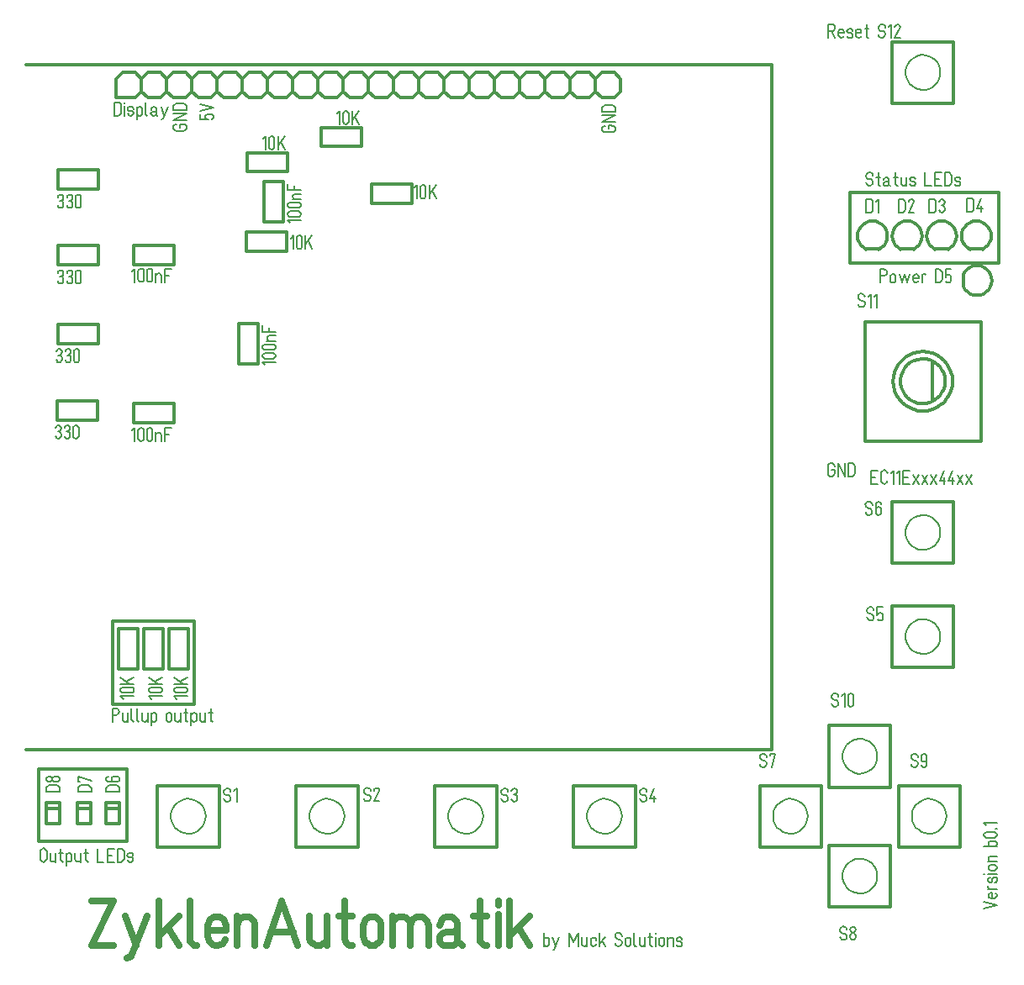
<source format=gto>
%FSLAX35Y35*%
%MOIN*%
%IN21=Bestoeckungsdruckoben(X.GTO)*%
%ADD10C,0.00591*%
%ADD11C,0.00768*%
%ADD12C,0.01181*%
%ADD13C,0.01535*%
%ADD14C,0.01575*%
%ADD15C,0.01969*%
%ADD16C,0.02362*%
%ADD17C,0.02559*%
%ADD18C,0.02795*%
%ADD19C,0.03937*%
%AMR_20*21,1,0.01181,0.01181,0,0,0.000*%
%ADD20R_20*%
%AMR_21*21,1,0.01250,0.01250,0,0,0.000*%
%ADD21R_21*%
%AMR_22*21,1,0.01280,0.01280,0,0,0.000*%
%ADD22R_22*%
%AMR_23*21,1,0.01575,0.01575,0,0,0.000*%
%ADD23R_23*%
%AMR_24*21,1,0.01772,0.01772,0,0,0.000*%
%ADD24R_24*%
%AMR_25*21,1,0.01969,0.01969,0,0,0.000*%
%ADD25R_25*%
%AMR_26*21,1,0.02461,0.02461,0,0,0.000*%
%ADD26R_26*%
%AMR_27*21,1,0.04587,0.05433,0,0,90.000*%
%ADD27R_27*%
%AMR_28*21,1,0.05000,0.05000,0,0,0.000*%
%ADD28R_28*%
%AMR_29*21,1,0.05000,0.05000,0,0,90.000*%
%ADD29R_29*%
%AMR_30*21,1,0.05000,0.05000,0,0,180.000*%
%ADD30R_30*%
%AMR_31*21,1,0.05000,0.05000,0,0,270.000*%
%ADD31R_31*%
%AMR_32*21,1,0.05000,0.09843,0,0,0.000*%
%ADD32R_32*%
%AMR_33*21,1,0.05000,0.10000,0,0,90.000*%
%ADD33R_33*%
%AMR_34*21,1,0.05118,0.06102,0,0,0.000*%
%ADD34R_34*%
%AMR_35*21,1,0.05118,0.06102,0,0,90.000*%
%ADD35R_35*%
%AMR_36*21,1,0.19685,0.19685,0,0,0.000*%
%ADD36R_36*%
%AMOCT_37*4,1,8,0.023622,0.011811,0.011811,0.023622,-0.011811,0.023622,-0.023622,0.011811,-0.023622,-0.011811,-0.011811,-0.023622,0.011811,-0.023622,0.023622,-0.011811,0.023622,0.011811,0.000*%
%ADD37OCT_37*%
%AMOCT_38*4,1,8,0.031496,0.015748,0.015748,0.031496,-0.015748,0.031496,-0.031496,0.015748,-0.031496,-0.015748,-0.015748,-0.031496,0.015748,-0.031496,0.031496,-0.015748,0.031496,0.015748,-0.000*%
%ADD38OCT_38*%
%AMOCT_39*4,1,8,0.031496,0.015748,0.015748,0.031496,-0.015748,0.031496,-0.031496,0.015748,-0.031496,-0.015748,-0.015748,-0.031496,0.015748,-0.031496,0.031496,-0.015748,0.031496,0.015748,90.000*%
%ADD39OCT_39*%
%AMOCT_40*4,1,8,0.031496,0.015748,0.015748,0.031496,-0.015748,0.031496,-0.031496,0.015748,-0.031496,-0.015748,-0.015748,-0.031496,0.015748,-0.031496,0.031496,-0.015748,0.031496,0.015748,180.000*%
%ADD40OCT_40*%
%AMOCT_41*4,1,8,0.031496,0.015748,0.015748,0.031496,-0.015748,0.031496,-0.031496,0.015748,-0.031496,-0.015748,-0.015748,-0.031496,0.015748,-0.031496,0.031496,-0.015748,0.031496,0.015748,270.000*%
%ADD41OCT_41*%
%AMOCT_42*4,1,8,0.035433,0.017717,0.017717,0.035433,-0.017717,0.035433,-0.035433,0.017717,-0.035433,-0.017717,-0.017717,-0.035433,0.017717,-0.035433,0.035433,-0.017717,0.035433,0.017717,180.000*%
%ADD42OCT_42*%
%AMOCT_43*4,1,8,0.035433,0.017717,0.017717,0.035433,-0.017717,0.035433,-0.035433,0.017717,-0.035433,-0.017717,-0.017717,-0.035433,0.017717,-0.035433,0.035433,-0.017717,0.035433,0.017717,270.000*%
%ADD43OCT_43*%
%AMOCT_44*4,1,8,0.039370,0.019685,0.019685,0.039370,-0.019685,0.039370,-0.039370,0.019685,-0.039370,-0.019685,-0.019685,-0.039370,0.019685,-0.039370,0.039370,-0.019685,0.039370,0.019685,0.000*%
%ADD44OCT_44*%
%AMOCT_45*4,1,8,0.039370,0.019685,0.019685,0.039370,-0.019685,0.039370,-0.039370,0.019685,-0.039370,-0.019685,-0.019685,-0.039370,0.019685,-0.039370,0.039370,-0.019685,0.039370,0.019685,270.000*%
%ADD45OCT_45*%
%AMOCT_46*4,1,8,0.049213,0.024606,0.024606,0.049213,-0.024606,0.049213,-0.049213,0.024606,-0.049213,-0.024606,-0.024606,-0.049213,0.024606,-0.049213,0.049213,-0.024606,0.049213,0.024606,180.000*%
%ADD46OCT_46*%
%AMOCT_47*4,1,8,0.062992,0.031496,0.031496,0.062992,-0.031496,0.062992,-0.062992,0.031496,-0.062992,-0.031496,-0.031496,-0.062992,0.031496,-0.062992,0.062992,-0.031496,0.062992,0.031496,180.000*%
%ADD47OCT_47*%
%AMOCT_48*4,1,8,0.078740,0.039370,0.039370,0.078740,-0.039370,0.078740,-0.078740,0.039370,-0.078740,-0.039370,-0.039370,-0.078740,0.039370,-0.078740,0.078740,-0.039370,0.078740,0.039370,0.000*%
%ADD48OCT_48*%
%AMOCT_49*4,1,8,0.078740,0.039370,0.039370,0.078740,-0.039370,0.078740,-0.078740,0.039370,-0.078740,-0.039370,-0.039370,-0.078740,0.039370,-0.078740,0.078740,-0.039370,0.078740,0.039370,180.000*%
%ADD49OCT_49*%
%AMOCT_50*4,1,8,0.090551,0.045276,0.045276,0.090551,-0.045276,0.090551,-0.090551,0.045276,-0.090551,-0.045276,-0.045276,-0.090551,0.045276,-0.090551,0.090551,-0.045276,0.090551,0.045276,0.000*%
%ADD50OCT_50*%
%AMO_51*20,1,0.03937,-0.00787,0.00000,0.00787,0.00000,0*1,1,0.03937,-0.00787,0.00000*1,1,0.03937,0.00787,0.00000*%
%ADD51O_51*%
%AMO_52*20,1,0.05000,0.00000,-0.02421,0.00000,0.02421,0*1,1,0.05000,0.00000,-0.02421*1,1,0.05000,0.00000,0.02421*%
%ADD52O_52*%
%AMO_53*20,1,0.05000,0.02500,0.00000,-0.02500,0.00000,0*1,1,0.05000,0.02500,0.00000*1,1,0.05000,-0.02500,0.00000*%
%ADD53O_53*%
%AMRR_54*21,1,0.06299,0.05039,0,0,-0.000*21,1,0.05039,0.06299,0,0,-0.000*1,1,0.01260,0.02520,0.02520*1,1,0.01260,-0.02520,-0.02520*1,1,0.01260,0.02520,-0.02520*1,1,0.01260,-0.02520,0.02520*%
%ADD54RR_54*%
%AMRR_55*21,1,0.06299,0.05039,0,0,90.000*21,1,0.05039,0.06299,0,0,90.000*1,1,0.01260,-0.02520,0.02520*1,1,0.01260,0.02520,-0.02520*1,1,0.01260,0.02520,0.02520*1,1,0.01260,-0.02520,-0.02520*%
%ADD55RR_55*%
%AMRR_56*21,1,0.06299,0.05039,0,0,180.000*21,1,0.05039,0.06299,0,0,180.000*1,1,0.01260,-0.02520,-0.02520*1,1,0.01260,0.02520,0.02520*1,1,0.01260,-0.02520,0.02520*1,1,0.01260,0.02520,-0.02520*%
%ADD56RR_56*%
%AMRR_57*21,1,0.06299,0.05039,0,0,270.000*21,1,0.05039,0.06299,0,0,270.000*1,1,0.01260,0.02520,-0.02520*1,1,0.01260,-0.02520,0.02520*1,1,0.01260,-0.02520,-0.02520*1,1,0.01260,0.02520,0.02520*%
%ADD57RR_57*%
G54D10*
X73740Y59350D02*
X73599Y60737D01*
X73181Y62067D01*
X72505Y63286D01*
X71597Y64344D01*
X70494Y65197D01*
X69243Y65811D01*
X67893Y66160D01*
X66501Y66231D01*
X65123Y66020D01*
X63816Y65536D01*
X62633Y64798D01*
X61622Y63838D01*
X60826Y62694D01*
X60276Y61412D01*
X59995Y60047D01*
X59995Y58653D01*
X60276Y57287D01*
X60826Y56006D01*
X61622Y54862D01*
X62633Y53902D01*
X63816Y53164D01*
X65123Y52680D01*
X66501Y52469D01*
X67893Y52540D01*
X69243Y52889D01*
X70494Y53503D01*
X71597Y54356D01*
X72505Y55414D01*
X73181Y56633D01*
X73599Y57963D01*
X73740Y59350D01*
X128740Y59350D02*
X128599Y60737D01*
X128181Y62067D01*
X127505Y63286D01*
X126597Y64344D01*
X125494Y65197D01*
X124243Y65811D01*
X122893Y66160D01*
X121501Y66231D01*
X120123Y66020D01*
X118816Y65536D01*
X117633Y64798D01*
X116622Y63838D01*
X115826Y62694D01*
X115276Y61412D01*
X114995Y60047D01*
X114995Y58653D01*
X115276Y57287D01*
X115826Y56006D01*
X116622Y54862D01*
X117633Y53902D01*
X118816Y53164D01*
X120123Y52680D01*
X121501Y52469D01*
X122893Y52540D01*
X124243Y52889D01*
X125494Y53503D01*
X126597Y54356D01*
X127505Y55414D01*
X128181Y56633D01*
X128599Y57963D01*
X128740Y59350D01*
X183740Y59350D02*
X183599Y60737D01*
X183181Y62067D01*
X182505Y63286D01*
X181597Y64344D01*
X180494Y65197D01*
X179243Y65811D01*
X177893Y66160D01*
X176501Y66231D01*
X175123Y66020D01*
X173816Y65536D01*
X172633Y64798D01*
X171622Y63838D01*
X170826Y62694D01*
X170276Y61412D01*
X169995Y60047D01*
X169995Y58653D01*
X170276Y57287D01*
X170826Y56006D01*
X171622Y54862D01*
X172633Y53902D01*
X173816Y53164D01*
X175123Y52680D01*
X176501Y52469D01*
X177893Y52540D01*
X179243Y52889D01*
X180494Y53503D01*
X181597Y54356D01*
X182505Y55414D01*
X183181Y56633D01*
X183599Y57963D01*
X183740Y59350D01*
X238740Y59350D02*
X238599Y60737D01*
X238181Y62067D01*
X237505Y63286D01*
X236597Y64344D01*
X235494Y65197D01*
X234243Y65811D01*
X232893Y66160D01*
X231501Y66231D01*
X230123Y66020D01*
X228816Y65536D01*
X227633Y64798D01*
X226622Y63838D01*
X225826Y62694D01*
X225276Y61412D01*
X224995Y60047D01*
X224995Y58653D01*
X225276Y57287D01*
X225826Y56006D01*
X226622Y54862D01*
X227633Y53902D01*
X228816Y53164D01*
X230123Y52680D01*
X231501Y52469D01*
X232893Y52540D01*
X234243Y52889D01*
X235494Y53503D01*
X236597Y54356D01*
X237505Y55414D01*
X238181Y56633D01*
X238599Y57963D01*
X238740Y59350D01*
X364990Y130600D02*
X364849Y131987D01*
X364431Y133317D01*
X363755Y134536D01*
X362847Y135594D01*
X361744Y136447D01*
X360493Y137061D01*
X359143Y137410D01*
X357751Y137481D01*
X356373Y137270D01*
X355066Y136786D01*
X353883Y136048D01*
X352872Y135088D01*
X352076Y133944D01*
X351526Y132662D01*
X351245Y131297D01*
X351245Y129903D01*
X351526Y128537D01*
X352076Y127256D01*
X352872Y126112D01*
X353883Y125152D01*
X355066Y124414D01*
X356373Y123930D01*
X357751Y123719D01*
X359143Y123790D01*
X360493Y124139D01*
X361744Y124753D01*
X362847Y125606D01*
X363755Y126664D01*
X364431Y127883D01*
X364849Y129213D01*
X364990Y130600D01*
X364990Y171850D02*
X364849Y173237D01*
X364431Y174567D01*
X363755Y175786D01*
X362847Y176844D01*
X361744Y177697D01*
X360493Y178311D01*
X359143Y178660D01*
X357751Y178731D01*
X356373Y178520D01*
X355066Y178036D01*
X353883Y177298D01*
X352872Y176338D01*
X352076Y175194D01*
X351526Y173912D01*
X351245Y172547D01*
X351245Y171153D01*
X351526Y169787D01*
X352076Y168506D01*
X352872Y167362D01*
X353883Y166402D01*
X355066Y165664D01*
X356373Y165180D01*
X357751Y164969D01*
X359143Y165040D01*
X360493Y165389D01*
X361744Y166003D01*
X362847Y166856D01*
X363755Y167914D01*
X364431Y169133D01*
X364849Y170463D01*
X364990Y171850D01*
X312490Y59350D02*
X312349Y60737D01*
X311931Y62067D01*
X311255Y63286D01*
X310347Y64344D01*
X309244Y65197D01*
X307993Y65811D01*
X306643Y66160D01*
X305251Y66231D01*
X303873Y66020D01*
X302566Y65536D01*
X301383Y64798D01*
X300372Y63838D01*
X299576Y62694D01*
X299026Y61412D01*
X298745Y60047D01*
X298745Y58653D01*
X299026Y57287D01*
X299576Y56006D01*
X300372Y54862D01*
X301383Y53902D01*
X302566Y53164D01*
X303873Y52680D01*
X305251Y52469D01*
X306643Y52540D01*
X307993Y52889D01*
X309244Y53503D01*
X310347Y54356D01*
X311255Y55414D01*
X311931Y56633D01*
X312349Y57963D01*
X312490Y59350D01*
X339990Y35600D02*
X339849Y36987D01*
X339431Y38317D01*
X338755Y39536D01*
X337847Y40594D01*
X336744Y41447D01*
X335493Y42061D01*
X334143Y42410D01*
X332751Y42481D01*
X331373Y42270D01*
X330066Y41786D01*
X328883Y41048D01*
X327872Y40088D01*
X327076Y38944D01*
X326526Y37662D01*
X326245Y36297D01*
X326245Y34903D01*
X326526Y33537D01*
X327076Y32256D01*
X327872Y31112D01*
X328883Y30152D01*
X330066Y29414D01*
X331373Y28930D01*
X332751Y28719D01*
X334143Y28790D01*
X335493Y29139D01*
X336744Y29753D01*
X337847Y30606D01*
X338755Y31664D01*
X339431Y32883D01*
X339849Y34213D01*
X339990Y35600D01*
X367490Y59350D02*
X367349Y60737D01*
X366931Y62067D01*
X366255Y63286D01*
X365347Y64344D01*
X364244Y65197D01*
X362993Y65811D01*
X361643Y66160D01*
X360251Y66231D01*
X358873Y66020D01*
X357566Y65536D01*
X356383Y64798D01*
X355372Y63838D01*
X354576Y62694D01*
X354026Y61412D01*
X353745Y60047D01*
X353745Y58653D01*
X354026Y57287D01*
X354576Y56006D01*
X355372Y54862D01*
X356383Y53902D01*
X357566Y53164D01*
X358873Y52680D01*
X360251Y52469D01*
X361643Y52540D01*
X362993Y52889D01*
X364244Y53503D01*
X365347Y54356D01*
X366255Y55414D01*
X366931Y56633D01*
X367349Y57963D01*
X367490Y59350D01*
X339990Y83100D02*
X339849Y84487D01*
X339431Y85817D01*
X338755Y87036D01*
X337847Y88094D01*
X336744Y88947D01*
X335493Y89561D01*
X334143Y89910D01*
X332751Y89981D01*
X331373Y89770D01*
X330066Y89286D01*
X328883Y88548D01*
X327872Y87588D01*
X327076Y86444D01*
X326526Y85162D01*
X326245Y83797D01*
X326245Y82403D01*
X326526Y81037D01*
X327076Y79756D01*
X327872Y78612D01*
X328883Y77652D01*
X330066Y76914D01*
X331373Y76430D01*
X332751Y76219D01*
X334143Y76290D01*
X335493Y76639D01*
X336744Y77253D01*
X337847Y78106D01*
X338755Y79164D01*
X339431Y80383D01*
X339849Y81713D01*
X339990Y83100D01*
X364990Y354350D02*
X364849Y355737D01*
X364431Y357067D01*
X363755Y358286D01*
X362847Y359344D01*
X361744Y360197D01*
X360493Y360811D01*
X359143Y361160D01*
X357751Y361231D01*
X356373Y361020D01*
X355066Y360536D01*
X353883Y359798D01*
X352872Y358838D01*
X352076Y357694D01*
X351526Y356412D01*
X351245Y355047D01*
X351245Y353653D01*
X351526Y352287D01*
X352076Y351006D01*
X352872Y349862D01*
X353883Y348902D01*
X355066Y348164D01*
X356373Y347680D01*
X357751Y347469D01*
X359143Y347540D01*
X360493Y347889D01*
X361744Y348503D01*
X362847Y349356D01*
X363755Y350414D01*
X364431Y351633D01*
X364849Y352963D01*
X364990Y354350D01*
G54D11*
X38879Y337199D02*
X39390Y337289D01*
X39828Y337568D01*
X40125Y337992D01*
X40238Y338499D01*
X38879Y337199D02*
X37580Y337199D01*
X37580Y342514D01*
X38879Y342514D01*
X40238Y341215D02*
X40125Y341721D01*
X39828Y342146D01*
X39390Y342425D01*
X38879Y342514D01*
X40238Y341215D02*
X40238Y338499D01*
X41596Y337199D02*
X41596Y340920D01*
X41596Y341983D02*
X41596Y342514D01*
X42954Y337967D02*
X43057Y337583D01*
X43338Y337302D01*
X43722Y337199D01*
X44253Y337199D01*
X44656Y337291D01*
X44959Y337572D01*
X45080Y337967D01*
X45080Y338262D01*
X44959Y338657D01*
X44656Y338938D01*
X44253Y339030D01*
X43722Y339030D01*
X43722Y340684D02*
X43309Y340573D01*
X43006Y340270D01*
X42895Y339857D01*
X43006Y339443D01*
X43309Y339141D01*
X43722Y339030D01*
X43722Y340684D02*
X44253Y340684D01*
X45080Y339857D02*
X44969Y340270D01*
X44667Y340573D01*
X44253Y340684D01*
X46438Y335605D02*
X46438Y340684D01*
X46438Y338262D02*
X46544Y337801D01*
X46839Y337431D01*
X47265Y337226D01*
X47738Y337226D01*
X48164Y337431D01*
X48459Y337801D01*
X48564Y338262D01*
X48564Y339562D02*
X48564Y338262D01*
X48564Y339562D02*
X48459Y340023D01*
X48164Y340393D01*
X47738Y340598D01*
X47265Y340598D01*
X46839Y340393D01*
X46544Y340023D01*
X46438Y339562D01*
X49923Y342514D02*
X49923Y337967D01*
X50026Y337583D01*
X50307Y337302D01*
X50690Y337199D01*
X54175Y339562D02*
X54069Y340023D01*
X53774Y340393D01*
X53348Y340598D01*
X52875Y340598D01*
X52449Y340393D01*
X52154Y340023D01*
X52049Y339562D01*
X53348Y338794D02*
X53751Y338886D01*
X54053Y339167D01*
X54175Y339562D01*
X53348Y338794D02*
X52816Y338794D01*
X52816Y338764D02*
X52418Y338657D01*
X52126Y338366D01*
X52019Y337967D01*
X52126Y337568D01*
X52418Y337277D01*
X52816Y337170D01*
X52816Y337199D02*
X53348Y337199D01*
X53751Y337291D01*
X54053Y337572D01*
X54175Y337967D01*
X54175Y339562D02*
X54175Y337731D01*
X54706Y337199D01*
X56064Y340684D02*
X57364Y337199D01*
X58722Y340684D02*
X56832Y335900D01*
X56301Y335664D01*
X83673Y69072D02*
X83550Y69637D01*
X83204Y70099D01*
X82697Y70376D01*
X82121Y70417D01*
X81580Y70215D01*
X81172Y69807D01*
X80970Y69266D01*
X81011Y68690D01*
X81288Y68183D01*
X81750Y67837D01*
X82314Y67714D01*
X81015Y66356D02*
X81148Y65807D01*
X81496Y65362D01*
X81998Y65103D01*
X82562Y65075D01*
X83087Y65284D01*
X83477Y65692D01*
X83663Y66226D01*
X83610Y66788D01*
X83328Y67278D01*
X82869Y67606D01*
X82314Y67714D01*
X85031Y69309D02*
X86094Y70372D01*
X86094Y65057D01*
X139210Y69253D02*
X139087Y69818D01*
X138741Y70280D01*
X138235Y70557D01*
X137659Y70598D01*
X137118Y70396D01*
X136709Y69988D01*
X136507Y69447D01*
X136549Y68871D01*
X136825Y68364D01*
X137288Y68018D01*
X137852Y67895D01*
X136553Y66537D02*
X136685Y65988D01*
X137034Y65543D01*
X137535Y65284D01*
X138099Y65256D01*
X138624Y65465D01*
X139015Y65873D01*
X139200Y66407D01*
X139147Y66969D01*
X138866Y67459D01*
X138406Y67787D01*
X137852Y67895D01*
X142694Y69490D02*
X142589Y69951D01*
X142294Y70321D01*
X141868Y70526D01*
X141395Y70526D01*
X140969Y70321D01*
X140674Y69951D01*
X140568Y69490D01*
X142694Y69490D02*
X140568Y65238D01*
X142694Y65238D01*
X193673Y69072D02*
X193550Y69637D01*
X193204Y70099D01*
X192697Y70376D01*
X192121Y70417D01*
X191580Y70215D01*
X191172Y69807D01*
X190970Y69266D01*
X191011Y68690D01*
X191288Y68183D01*
X191750Y67837D01*
X192314Y67714D01*
X191015Y66356D02*
X191148Y65807D01*
X191496Y65362D01*
X191998Y65103D01*
X192562Y65075D01*
X193087Y65284D01*
X193477Y65692D01*
X193663Y66226D01*
X193610Y66788D01*
X193328Y67278D01*
X192869Y67606D01*
X192314Y67714D01*
X195031Y66120D02*
X195136Y65658D01*
X195431Y65288D01*
X195857Y65083D01*
X196331Y65083D01*
X196757Y65288D01*
X197052Y65658D01*
X197157Y66120D01*
X197157Y66887D02*
X197157Y66120D01*
X197157Y66887D02*
X197076Y67294D01*
X196846Y67639D01*
X196501Y67869D01*
X196094Y67950D01*
X195799Y67950D02*
X196094Y67950D01*
X195799Y67950D01*
X196094Y67950D02*
X196510Y68045D01*
X196858Y68291D01*
X197085Y68652D01*
X197157Y69072D01*
X197157Y69309D02*
X197157Y69072D01*
X197157Y69309D02*
X197052Y69770D01*
X196757Y70140D01*
X196331Y70345D01*
X195857Y70345D01*
X195431Y70140D01*
X195136Y69770D01*
X195031Y69309D01*
X248673Y69072D02*
X248550Y69637D01*
X248204Y70099D01*
X247697Y70376D01*
X247121Y70417D01*
X246580Y70215D01*
X246172Y69807D01*
X245970Y69266D01*
X246011Y68690D01*
X246288Y68183D01*
X246750Y67837D01*
X247314Y67714D01*
X246015Y66356D02*
X246148Y65807D01*
X246496Y65362D01*
X246998Y65103D01*
X247562Y65075D01*
X248087Y65284D01*
X248477Y65692D01*
X248663Y66226D01*
X248610Y66788D01*
X248328Y67278D01*
X247869Y67606D01*
X247314Y67714D01*
X251625Y70372D02*
X250031Y66356D01*
X252157Y66356D01*
X251625Y67419D02*
X251625Y65057D01*
X338673Y140947D02*
X338550Y141512D01*
X338204Y141974D01*
X337697Y142251D01*
X337121Y142292D01*
X336580Y142090D01*
X336172Y141682D01*
X335970Y141141D01*
X336011Y140565D01*
X336288Y140058D01*
X336750Y139712D01*
X337314Y139589D01*
X336015Y138231D02*
X336148Y137682D01*
X336496Y137237D01*
X336998Y136978D01*
X337562Y136950D01*
X338087Y137159D01*
X338477Y137567D01*
X338663Y138101D01*
X338610Y138663D01*
X338328Y139153D01*
X337869Y139481D01*
X337314Y139589D01*
X340208Y137404D02*
X340531Y137091D01*
X340954Y136940D01*
X341402Y136976D01*
X341794Y137194D01*
X342062Y137555D01*
X342157Y137995D01*
X342157Y139058D01*
X342052Y139519D01*
X341757Y139889D01*
X341331Y140094D01*
X340857Y140094D01*
X340431Y139889D01*
X340136Y139519D01*
X340031Y139058D01*
X340031Y142247D01*
X342157Y142247D01*
X338048Y182822D02*
X337925Y183387D01*
X337579Y183849D01*
X337072Y184126D01*
X336496Y184167D01*
X335955Y183965D01*
X335547Y183557D01*
X335345Y183016D01*
X335386Y182440D01*
X335663Y181933D01*
X336125Y181587D01*
X336689Y181464D01*
X335390Y180106D02*
X335523Y179557D01*
X335871Y179112D01*
X336373Y178853D01*
X336937Y178825D01*
X337462Y179034D01*
X337852Y179442D01*
X338038Y179976D01*
X337985Y180538D01*
X337703Y181028D01*
X337244Y181356D01*
X336689Y181464D01*
X341532Y183059D02*
X341427Y183520D01*
X341132Y183890D01*
X340706Y184095D01*
X340232Y184095D01*
X339806Y183890D01*
X339511Y183520D01*
X339406Y183059D01*
X339406Y179870D01*
X339511Y179408D01*
X339806Y179038D01*
X340232Y178833D01*
X340706Y178833D01*
X341132Y179038D01*
X341427Y179408D01*
X341532Y179870D01*
X341532Y180933D01*
X341427Y181394D01*
X341132Y181764D01*
X340706Y181969D01*
X340232Y181969D01*
X339806Y181764D01*
X339511Y181394D01*
X339406Y180933D01*
X296173Y82822D02*
X296050Y83387D01*
X295704Y83849D01*
X295197Y84126D01*
X294621Y84167D01*
X294080Y83965D01*
X293672Y83557D01*
X293470Y83016D01*
X293511Y82440D01*
X293788Y81933D01*
X294250Y81587D01*
X294814Y81464D01*
X293515Y80106D02*
X293648Y79557D01*
X293996Y79112D01*
X294498Y78853D01*
X295062Y78825D01*
X295587Y79034D01*
X295977Y79442D01*
X296163Y79976D01*
X296110Y80538D01*
X295828Y81028D01*
X295369Y81356D01*
X294814Y81464D01*
X297531Y83354D02*
X297531Y84122D01*
X299657Y84122D01*
X298062Y78807D01*
X327960Y14253D02*
X327837Y14818D01*
X327491Y15280D01*
X326985Y15557D01*
X326409Y15598D01*
X325868Y15396D01*
X325459Y14988D01*
X325257Y14447D01*
X325299Y13871D01*
X325575Y13364D01*
X326038Y13018D01*
X326602Y12895D01*
X325303Y11537D02*
X325435Y10988D01*
X325784Y10543D01*
X326285Y10284D01*
X326849Y10256D01*
X327374Y10465D01*
X327765Y10873D01*
X327950Y11407D01*
X327897Y11969D01*
X327616Y12459D01*
X327156Y12787D01*
X326602Y12895D01*
X331444Y12068D02*
X331444Y11301D01*
X331444Y12068D02*
X331339Y12530D01*
X331044Y12899D01*
X330618Y13105D01*
X330145Y13105D01*
X329719Y12899D01*
X329424Y12530D01*
X329318Y12068D01*
X329318Y11301D02*
X329318Y12068D01*
X329318Y11301D02*
X329424Y10839D01*
X329719Y10470D01*
X330145Y10264D01*
X330618Y10264D01*
X331044Y10470D01*
X331339Y10839D01*
X331444Y11301D01*
X331444Y14490D02*
X331444Y14253D01*
X331444Y14490D02*
X331339Y14951D01*
X331044Y15321D01*
X330618Y15526D01*
X330145Y15526D01*
X329719Y15321D01*
X329424Y14951D01*
X329318Y14490D01*
X329318Y14253D02*
X329318Y14490D01*
X329318Y14253D02*
X329424Y13792D01*
X329719Y13422D01*
X330145Y13217D01*
X330618Y13217D01*
X331044Y13422D01*
X331339Y13792D01*
X331444Y14253D01*
X356173Y82822D02*
X356050Y83387D01*
X355704Y83849D01*
X355197Y84126D01*
X354621Y84167D01*
X354080Y83965D01*
X353672Y83557D01*
X353470Y83016D01*
X353511Y82440D01*
X353788Y81933D01*
X354250Y81587D01*
X354814Y81464D01*
X353515Y80106D02*
X353648Y79557D01*
X353996Y79112D01*
X354498Y78853D01*
X355062Y78825D01*
X355587Y79034D01*
X355977Y79442D01*
X356163Y79976D01*
X356110Y80538D01*
X355828Y81028D01*
X355369Y81356D01*
X354814Y81464D01*
X357531Y79870D02*
X357636Y79408D01*
X357931Y79038D01*
X358357Y78833D01*
X358831Y78833D01*
X359257Y79038D01*
X359552Y79408D01*
X359657Y79870D01*
X359657Y83059D01*
X359552Y83520D01*
X359257Y83890D01*
X358831Y84095D01*
X358357Y84095D01*
X357931Y83890D01*
X357636Y83520D01*
X357531Y83059D01*
X357531Y81996D01*
X357636Y81534D01*
X357931Y81164D01*
X358357Y80959D01*
X358831Y80959D01*
X359257Y81164D01*
X359552Y81534D01*
X359657Y81996D01*
X324627Y106828D02*
X324505Y107392D01*
X324159Y107855D01*
X323652Y108131D01*
X323076Y108173D01*
X322535Y107971D01*
X322127Y107563D01*
X321925Y107022D01*
X321966Y106446D01*
X322243Y105939D01*
X322705Y105593D01*
X323269Y105470D01*
X321970Y104112D02*
X322102Y103563D01*
X322451Y103118D01*
X322953Y102859D01*
X323517Y102831D01*
X324041Y103040D01*
X324432Y103448D01*
X324617Y103982D01*
X324565Y104544D01*
X324283Y105034D01*
X323824Y105362D01*
X323269Y105470D01*
X325986Y107064D02*
X327049Y108127D01*
X327049Y102812D01*
X330533Y107064D02*
X330533Y103875D01*
X330533Y107064D02*
X330428Y107526D01*
X330133Y107896D01*
X329707Y108101D01*
X329233Y108101D01*
X328807Y107896D01*
X328512Y107526D01*
X328407Y107064D01*
X328407Y103875D02*
X328407Y107064D01*
X328407Y103875D02*
X328512Y103414D01*
X328807Y103044D01*
X329233Y102839D01*
X329707Y102839D01*
X330133Y103044D01*
X330428Y103414D01*
X330533Y103875D01*
X335132Y265241D02*
X335010Y265805D01*
X334664Y266267D01*
X334157Y266544D01*
X333581Y266585D01*
X333040Y266383D01*
X332631Y265975D01*
X332430Y265434D01*
X332471Y264858D01*
X332748Y264351D01*
X333210Y264005D01*
X333774Y263882D01*
X332475Y262524D02*
X332607Y261975D01*
X332956Y261531D01*
X333458Y261271D01*
X334022Y261243D01*
X334546Y261452D01*
X334937Y261861D01*
X335122Y262394D01*
X335070Y262956D01*
X334788Y263446D01*
X334329Y263774D01*
X333774Y263882D01*
X336491Y265477D02*
X337554Y266540D01*
X337554Y261225D01*
X338912Y265477D02*
X339975Y266540D01*
X339975Y261225D01*
X340132Y196540D02*
X337475Y196540D01*
X337475Y193882D01*
X339306Y193882D01*
X337475Y193882D02*
X337475Y191225D01*
X340132Y191225D01*
X344119Y195241D02*
X344017Y195749D01*
X343729Y196180D01*
X343298Y196468D01*
X342790Y196569D01*
X342281Y196468D01*
X341850Y196180D01*
X341562Y195749D01*
X341461Y195241D01*
X341491Y195241D02*
X341491Y192524D01*
X341461Y192524D02*
X341562Y192016D01*
X341850Y191585D01*
X342281Y191297D01*
X342790Y191195D01*
X343298Y191297D01*
X343729Y191585D01*
X344017Y192016D01*
X344119Y192524D01*
X345506Y195477D02*
X346569Y196540D01*
X346569Y191225D01*
X347928Y195477D02*
X348991Y196540D01*
X348991Y191225D01*
X353006Y196540D02*
X350349Y196540D01*
X350349Y193882D01*
X352180Y193882D01*
X350349Y193882D02*
X350349Y191225D01*
X353006Y191225D01*
X354365Y191225D02*
X356491Y194709D01*
X354365Y194709D02*
X356491Y191225D01*
X357849Y191225D02*
X359975Y194709D01*
X357849Y194709D02*
X359975Y191225D01*
X361333Y191225D02*
X363459Y194709D01*
X361333Y194709D02*
X363459Y191225D01*
X366412Y196540D02*
X364817Y192524D01*
X366943Y192524D01*
X366412Y193587D02*
X366412Y191225D01*
X369896Y196540D02*
X368302Y192524D01*
X370428Y192524D01*
X369896Y193587D02*
X369896Y191225D01*
X371786Y191225D02*
X373912Y194709D01*
X371786Y194709D02*
X373912Y191225D01*
X375270Y191225D02*
X377396Y194709D01*
X375270Y194709D02*
X377396Y191225D01*
X336899Y298725D02*
X337410Y298815D01*
X337847Y299093D01*
X338145Y299518D01*
X338257Y300024D01*
X336899Y298725D02*
X335600Y298725D01*
X335600Y304040D01*
X336899Y304040D01*
X338257Y302741D02*
X338145Y303247D01*
X337847Y303672D01*
X337410Y303950D01*
X336899Y304040D01*
X338257Y302741D02*
X338257Y300024D01*
X339616Y302977D02*
X340679Y304040D01*
X340679Y298725D01*
X349712Y298725D02*
X350222Y298815D01*
X350660Y299093D01*
X350958Y299518D01*
X351070Y300024D01*
X349712Y298725D02*
X348412Y298725D01*
X348412Y304040D01*
X349712Y304040D01*
X351070Y302741D02*
X350958Y303247D01*
X350660Y303672D01*
X350222Y303950D01*
X349712Y304040D01*
X351070Y302741D02*
X351070Y300024D01*
X354554Y302977D02*
X354449Y303438D01*
X354154Y303808D01*
X353728Y304013D01*
X353255Y304013D01*
X352828Y303808D01*
X352533Y303438D01*
X352428Y302977D01*
X354554Y302977D02*
X352428Y298725D01*
X354554Y298725D01*
X361899Y298725D02*
X362410Y298815D01*
X362847Y299093D01*
X363145Y299518D01*
X363257Y300024D01*
X361899Y298725D02*
X360600Y298725D01*
X360600Y304040D01*
X361899Y304040D01*
X363257Y302741D02*
X363145Y303247D01*
X362847Y303672D01*
X362410Y303950D01*
X361899Y304040D01*
X363257Y302741D02*
X363257Y300024D01*
X364616Y299788D02*
X364721Y299327D01*
X365016Y298957D01*
X365442Y298752D01*
X365915Y298752D01*
X366341Y298957D01*
X366636Y299327D01*
X366742Y299788D01*
X366742Y300556D02*
X366742Y299788D01*
X366742Y300556D02*
X366661Y300962D01*
X366430Y301307D01*
X366085Y301538D01*
X365679Y301619D01*
X365383Y301619D02*
X365679Y301619D01*
X365383Y301619D01*
X365679Y301619D02*
X366095Y301713D01*
X366443Y301959D01*
X366670Y302320D01*
X366742Y302741D01*
X366742Y302977D02*
X366742Y302741D01*
X366742Y302977D02*
X366636Y303438D01*
X366341Y303808D01*
X365915Y304013D01*
X365442Y304013D01*
X365016Y303808D01*
X364721Y303438D01*
X364616Y302977D01*
X376899Y299069D02*
X377410Y299159D01*
X377847Y299438D01*
X378145Y299862D01*
X378257Y300369D01*
X376899Y299069D02*
X375600Y299069D01*
X375600Y304384D01*
X376899Y304384D01*
X378257Y303085D02*
X378145Y303591D01*
X377847Y304016D01*
X377410Y304295D01*
X376899Y304384D01*
X378257Y303085D02*
X378257Y300369D01*
X381210Y304384D02*
X379616Y300369D01*
X381742Y300369D01*
X381210Y301432D02*
X381210Y299069D01*
X341225Y270944D02*
X341225Y273602D01*
X342524Y273602D01*
X342524Y273631D02*
X343033Y273733D01*
X343464Y274021D01*
X343752Y274452D01*
X343853Y274960D01*
X343752Y275469D01*
X343464Y275900D01*
X343033Y276188D01*
X342524Y276289D01*
X342524Y276259D02*
X341225Y276259D01*
X341225Y273602D01*
X347367Y273307D02*
X347367Y272007D01*
X347367Y273307D02*
X347261Y273768D01*
X346966Y274138D01*
X346540Y274343D01*
X346067Y274343D01*
X345641Y274138D01*
X345346Y273768D01*
X345241Y273307D01*
X345241Y272007D02*
X345241Y273307D01*
X345241Y272007D02*
X345346Y271546D01*
X345641Y271176D01*
X346067Y270971D01*
X346540Y270971D01*
X346966Y271176D01*
X347261Y271546D01*
X347367Y272007D01*
X348725Y274429D02*
X349788Y270944D01*
X350851Y274429D01*
X351914Y270944D01*
X352977Y274429D01*
X354335Y272775D02*
X356461Y272775D01*
X356461Y273307D01*
X356356Y273768D01*
X356061Y274138D01*
X355635Y274343D01*
X355162Y274343D01*
X354735Y274138D01*
X354440Y273768D01*
X354335Y273307D01*
X354335Y272007D01*
X354449Y271528D01*
X354766Y271152D01*
X355219Y270959D01*
X355711Y270990D01*
X356135Y271239D01*
X356402Y271653D01*
X357819Y270944D02*
X357819Y274429D01*
X359178Y274192D02*
X358855Y274382D01*
X358482Y274405D01*
X358138Y274256D01*
X357900Y273967D01*
X357819Y273602D01*
X364375Y270944D02*
X364885Y271034D01*
X365323Y271313D01*
X365620Y271737D01*
X365733Y272244D01*
X364375Y270944D02*
X363075Y270944D01*
X363075Y276259D01*
X364375Y276259D01*
X365733Y274960D02*
X365620Y275466D01*
X365323Y275891D01*
X364885Y276170D01*
X364375Y276259D01*
X365733Y274960D02*
X365733Y272244D01*
X367268Y271417D02*
X367591Y271104D01*
X368014Y270952D01*
X368462Y270989D01*
X368855Y271207D01*
X369122Y271568D01*
X369217Y272007D01*
X369217Y273070D01*
X369112Y273532D01*
X368817Y273901D01*
X368391Y274107D01*
X367917Y274107D01*
X367491Y273901D01*
X367196Y273532D01*
X367091Y273070D01*
X367091Y276259D01*
X369217Y276259D01*
X320600Y368100D02*
X320600Y373415D01*
X321899Y373415D01*
X321899Y370787D02*
X322408Y370888D01*
X322839Y371176D01*
X323127Y371607D01*
X323228Y372116D01*
X323127Y372624D01*
X322839Y373055D01*
X322408Y373343D01*
X321899Y373444D01*
X321899Y370757D02*
X320600Y370757D01*
X321899Y370757D02*
X323257Y368100D01*
X324616Y369931D02*
X326742Y369931D01*
X326742Y370462D01*
X326636Y370923D01*
X326341Y371293D01*
X325915Y371498D01*
X325442Y371498D01*
X325016Y371293D01*
X324721Y370923D01*
X324616Y370462D01*
X324616Y369163D01*
X324730Y368684D01*
X325047Y368307D01*
X325500Y368114D01*
X325991Y368146D01*
X326416Y368395D01*
X326683Y368809D01*
X328100Y368868D02*
X328203Y368484D01*
X328484Y368203D01*
X328868Y368100D01*
X329399Y368100D01*
X329802Y368192D01*
X330104Y368473D01*
X330226Y368868D01*
X330226Y369163D01*
X330104Y369558D01*
X329802Y369839D01*
X329399Y369931D01*
X328868Y369931D01*
X328868Y371584D02*
X328454Y371473D01*
X328152Y371171D01*
X328041Y370757D01*
X328152Y370344D01*
X328454Y370041D01*
X328868Y369931D01*
X328868Y371584D02*
X329399Y371584D01*
X330226Y370757D02*
X330115Y371171D01*
X329812Y371473D01*
X329399Y371584D01*
X331584Y369931D02*
X333710Y369931D01*
X333710Y370462D01*
X333605Y370923D01*
X333310Y371293D01*
X332884Y371498D01*
X332411Y371498D01*
X331984Y371293D01*
X331689Y370923D01*
X331584Y370462D01*
X331584Y369163D01*
X331698Y368684D01*
X332015Y368307D01*
X332468Y368114D01*
X332960Y368146D01*
X333384Y368395D01*
X333651Y368809D01*
X335068Y371584D02*
X336663Y371584D01*
X335836Y373415D02*
X335836Y368868D01*
X335958Y368473D01*
X336260Y368192D01*
X336663Y368100D01*
X343218Y372116D02*
X343095Y372680D01*
X342749Y373142D01*
X342242Y373419D01*
X341666Y373460D01*
X341125Y373258D01*
X340717Y372850D01*
X340515Y372309D01*
X340556Y371733D01*
X340833Y371226D01*
X341295Y370880D01*
X341860Y370757D01*
X340561Y369399D02*
X340693Y368850D01*
X341041Y368406D01*
X341543Y368146D01*
X342107Y368118D01*
X342632Y368327D01*
X343022Y368736D01*
X343208Y369269D01*
X343155Y369831D01*
X342874Y370321D01*
X342414Y370649D01*
X341860Y370757D01*
X344576Y372352D02*
X345639Y373415D01*
X345639Y368100D01*
X349124Y372352D02*
X349018Y372813D01*
X348723Y373183D01*
X348297Y373388D01*
X347824Y373388D01*
X347398Y373183D01*
X347103Y372813D01*
X346998Y372352D01*
X349124Y372352D02*
X346998Y368100D01*
X349124Y368100D01*
X97235Y238450D02*
X96172Y239513D01*
X101487Y239513D01*
X97235Y242998D02*
X100424Y242998D01*
X97235Y242998D02*
X96774Y242892D01*
X96404Y242597D01*
X96199Y242171D01*
X96199Y241698D01*
X96404Y241272D01*
X96774Y240977D01*
X97235Y240872D01*
X100424Y240872D02*
X97235Y240872D01*
X100424Y240872D02*
X100885Y240977D01*
X101255Y241272D01*
X101460Y241698D01*
X101460Y242171D01*
X101255Y242597D01*
X100885Y242892D01*
X100424Y242998D01*
X97235Y246482D02*
X100424Y246482D01*
X97235Y246482D02*
X96774Y246377D01*
X96404Y246082D01*
X96199Y245655D01*
X96199Y245182D01*
X96404Y244756D01*
X96774Y244461D01*
X97235Y244356D01*
X100424Y244356D02*
X97235Y244356D01*
X100424Y244356D02*
X100885Y244461D01*
X101255Y244756D01*
X101460Y245182D01*
X101460Y245655D01*
X101255Y246082D01*
X100885Y246377D01*
X100424Y246482D01*
X101487Y247840D02*
X98003Y247840D01*
X99125Y249966D02*
X98664Y249861D01*
X98294Y249566D01*
X98088Y249140D01*
X98088Y248667D01*
X98294Y248240D01*
X98664Y247945D01*
X99125Y247840D01*
X99125Y249966D02*
X101487Y249966D01*
X96172Y253982D02*
X96172Y251324D01*
X98830Y251324D01*
X98830Y253155D01*
X98830Y251324D02*
X101487Y251324D01*
X14297Y210082D02*
X14402Y209621D01*
X14697Y209251D01*
X15124Y209046D01*
X15597Y209046D01*
X16023Y209251D01*
X16318Y209621D01*
X16423Y210082D01*
X16423Y210850D02*
X16423Y210082D01*
X16423Y210850D02*
X16342Y211256D01*
X16112Y211601D01*
X15767Y211832D01*
X15360Y211913D01*
X15065Y211913D02*
X15360Y211913D01*
X15065Y211913D01*
X15360Y211913D02*
X15776Y212007D01*
X16124Y212253D01*
X16351Y212614D01*
X16423Y213035D01*
X16423Y213271D02*
X16423Y213035D01*
X16423Y213271D02*
X16318Y213732D01*
X16023Y214102D01*
X15597Y214307D01*
X15124Y214307D01*
X14697Y214102D01*
X14402Y213732D01*
X14297Y213271D01*
X17781Y210082D02*
X17887Y209621D01*
X18182Y209251D01*
X18608Y209046D01*
X19081Y209046D01*
X19507Y209251D01*
X19802Y209621D01*
X19907Y210082D01*
X19907Y210850D02*
X19907Y210082D01*
X19907Y210850D02*
X19827Y211256D01*
X19596Y211601D01*
X19251Y211832D01*
X18844Y211913D01*
X18549Y211913D02*
X18844Y211913D01*
X18549Y211913D01*
X18844Y211913D02*
X19260Y212007D01*
X19608Y212253D01*
X19836Y212614D01*
X19907Y213035D01*
X19907Y213271D02*
X19907Y213035D01*
X19907Y213271D02*
X19802Y213732D01*
X19507Y214102D01*
X19081Y214307D01*
X18608Y214307D01*
X18182Y214102D01*
X17887Y213732D01*
X17781Y213271D01*
X23392Y213271D02*
X23392Y210082D01*
X23392Y213271D02*
X23286Y213732D01*
X22991Y214102D01*
X22565Y214307D01*
X22092Y214307D01*
X21666Y214102D01*
X21371Y213732D01*
X21266Y213271D01*
X21266Y210082D02*
X21266Y213271D01*
X21266Y210082D02*
X21371Y209621D01*
X21666Y209251D01*
X22092Y209046D01*
X22565Y209046D01*
X22991Y209251D01*
X23286Y209621D01*
X23392Y210082D01*
X107424Y288559D02*
X108487Y289622D01*
X108487Y284307D01*
X111972Y288559D02*
X111972Y285370D01*
X111972Y288559D02*
X111866Y289020D01*
X111571Y289390D01*
X111145Y289595D01*
X110672Y289595D01*
X110246Y289390D01*
X109951Y289020D01*
X109846Y288559D01*
X109846Y285370D02*
X109846Y288559D01*
X109846Y285370D02*
X109951Y284909D01*
X110246Y284539D01*
X110672Y284333D01*
X111145Y284333D01*
X111571Y284539D01*
X111866Y284909D01*
X111972Y285370D01*
X113330Y284307D02*
X113330Y289622D01*
X113330Y286137D02*
X115987Y289622D01*
X114393Y287496D02*
X115987Y284307D01*
X107329Y294695D02*
X106266Y295758D01*
X111581Y295758D01*
X107329Y299243D02*
X110518Y299243D01*
X107329Y299243D02*
X106867Y299137D01*
X106497Y298842D01*
X106292Y298416D01*
X106292Y297943D01*
X106497Y297517D01*
X106867Y297222D01*
X107329Y297117D01*
X110518Y297117D02*
X107329Y297117D01*
X110518Y297117D02*
X110979Y297222D01*
X111349Y297517D01*
X111554Y297943D01*
X111554Y298416D01*
X111349Y298842D01*
X110979Y299137D01*
X110518Y299243D01*
X107329Y302727D02*
X110518Y302727D01*
X107329Y302727D02*
X106867Y302622D01*
X106497Y302327D01*
X106292Y301900D01*
X106292Y301427D01*
X106497Y301001D01*
X106867Y300706D01*
X107329Y300601D01*
X110518Y300601D02*
X107329Y300601D01*
X110518Y300601D02*
X110979Y300706D01*
X111349Y301001D01*
X111554Y301427D01*
X111554Y301900D01*
X111349Y302327D01*
X110979Y302622D01*
X110518Y302727D01*
X111581Y304085D02*
X108096Y304085D01*
X109218Y306211D02*
X108757Y306106D01*
X108387Y305811D01*
X108182Y305385D01*
X108182Y304912D01*
X108387Y304485D01*
X108757Y304190D01*
X109218Y304085D01*
X109218Y306211D02*
X111581Y306211D01*
X106266Y310227D02*
X106266Y307569D01*
X108923Y307569D01*
X108923Y309400D01*
X108923Y307569D02*
X111581Y307569D01*
X44610Y212333D02*
X45673Y213396D01*
X45673Y208081D01*
X49157Y212333D02*
X49157Y209144D01*
X49157Y212333D02*
X49052Y212795D01*
X48757Y213165D01*
X48330Y213370D01*
X47857Y213370D01*
X47431Y213165D01*
X47136Y212795D01*
X47031Y212333D01*
X47031Y209144D02*
X47031Y212333D01*
X47031Y209144D02*
X47136Y208683D01*
X47431Y208313D01*
X47857Y208108D01*
X48330Y208108D01*
X48757Y208313D01*
X49052Y208683D01*
X49157Y209144D01*
X52641Y212333D02*
X52641Y209144D01*
X52641Y212333D02*
X52536Y212795D01*
X52241Y213165D01*
X51815Y213370D01*
X51342Y213370D01*
X50915Y213165D01*
X50620Y212795D01*
X50515Y212333D01*
X50515Y209144D02*
X50515Y212333D01*
X50515Y209144D02*
X50620Y208683D01*
X50915Y208313D01*
X51342Y208108D01*
X51815Y208108D01*
X52241Y208313D01*
X52536Y208683D01*
X52641Y209144D01*
X53999Y208081D02*
X53999Y211566D01*
X56125Y210444D02*
X56020Y210905D01*
X55725Y211275D01*
X55299Y211480D01*
X54826Y211480D01*
X54400Y211275D01*
X54105Y210905D01*
X53999Y210444D01*
X56125Y210444D02*
X56125Y208081D01*
X60141Y213396D02*
X57484Y213396D01*
X57484Y210739D01*
X59314Y210739D01*
X57484Y210739D02*
X57484Y208081D01*
X44610Y275458D02*
X45673Y276521D01*
X45673Y271206D01*
X49157Y275458D02*
X49157Y272269D01*
X49157Y275458D02*
X49052Y275920D01*
X48757Y276290D01*
X48330Y276495D01*
X47857Y276495D01*
X47431Y276290D01*
X47136Y275920D01*
X47031Y275458D01*
X47031Y272269D02*
X47031Y275458D01*
X47031Y272269D02*
X47136Y271808D01*
X47431Y271438D01*
X47857Y271233D01*
X48330Y271233D01*
X48757Y271438D01*
X49052Y271808D01*
X49157Y272269D01*
X52641Y275458D02*
X52641Y272269D01*
X52641Y275458D02*
X52536Y275920D01*
X52241Y276290D01*
X51815Y276495D01*
X51342Y276495D01*
X50915Y276290D01*
X50620Y275920D01*
X50515Y275458D01*
X50515Y272269D02*
X50515Y275458D01*
X50515Y272269D02*
X50620Y271808D01*
X50915Y271438D01*
X51342Y271233D01*
X51815Y271233D01*
X52241Y271438D01*
X52536Y271808D01*
X52641Y272269D01*
X53999Y271206D02*
X53999Y274691D01*
X56125Y273569D02*
X56020Y274030D01*
X55725Y274400D01*
X55299Y274605D01*
X54826Y274605D01*
X54400Y274400D01*
X54105Y274030D01*
X53999Y273569D01*
X56125Y273569D02*
X56125Y271206D01*
X60141Y276521D02*
X57484Y276521D01*
X57484Y273864D01*
X59314Y273864D01*
X57484Y273864D02*
X57484Y271206D01*
X14610Y240394D02*
X14715Y239933D01*
X15010Y239563D01*
X15436Y239358D01*
X15909Y239358D01*
X16335Y239563D01*
X16630Y239933D01*
X16736Y240394D01*
X16736Y241162D02*
X16736Y240394D01*
X16736Y241162D02*
X16655Y241569D01*
X16424Y241914D01*
X16079Y242144D01*
X15673Y242225D01*
X15377Y242225D02*
X15673Y242225D01*
X15377Y242225D01*
X15673Y242225D02*
X16089Y242320D01*
X16437Y242566D01*
X16664Y242927D01*
X16736Y243347D01*
X16736Y243583D02*
X16736Y243347D01*
X16736Y243583D02*
X16630Y244045D01*
X16335Y244415D01*
X15909Y244620D01*
X15436Y244620D01*
X15010Y244415D01*
X14715Y244045D01*
X14610Y243583D01*
X18094Y240394D02*
X18199Y239933D01*
X18494Y239563D01*
X18920Y239358D01*
X19393Y239358D01*
X19820Y239563D01*
X20115Y239933D01*
X20220Y240394D01*
X20220Y241162D02*
X20220Y240394D01*
X20220Y241162D02*
X20139Y241569D01*
X19909Y241914D01*
X19564Y242144D01*
X19157Y242225D01*
X18862Y242225D02*
X19157Y242225D01*
X18862Y242225D01*
X19157Y242225D02*
X19573Y242320D01*
X19921Y242566D01*
X20148Y242927D01*
X20220Y243347D01*
X20220Y243583D02*
X20220Y243347D01*
X20220Y243583D02*
X20115Y244045D01*
X19820Y244415D01*
X19393Y244620D01*
X18920Y244620D01*
X18494Y244415D01*
X18199Y244045D01*
X18094Y243583D01*
X23704Y243583D02*
X23704Y240394D01*
X23704Y243583D02*
X23599Y244045D01*
X23304Y244415D01*
X22878Y244620D01*
X22405Y244620D01*
X21978Y244415D01*
X21683Y244045D01*
X21578Y243583D01*
X21578Y240394D02*
X21578Y243583D01*
X21578Y240394D02*
X21683Y239933D01*
X21978Y239563D01*
X22405Y239358D01*
X22878Y239358D01*
X23304Y239563D01*
X23599Y239933D01*
X23704Y240394D01*
X15235Y271644D02*
X15340Y271183D01*
X15635Y270813D01*
X16061Y270608D01*
X16534Y270608D01*
X16960Y270813D01*
X17255Y271183D01*
X17361Y271644D01*
X17361Y272412D02*
X17361Y271644D01*
X17361Y272412D02*
X17280Y272819D01*
X17049Y273164D01*
X16704Y273394D01*
X16298Y273475D01*
X16002Y273475D02*
X16298Y273475D01*
X16002Y273475D01*
X16298Y273475D02*
X16714Y273570D01*
X17062Y273816D01*
X17289Y274177D01*
X17361Y274597D01*
X17361Y274833D02*
X17361Y274597D01*
X17361Y274833D02*
X17255Y275295D01*
X16960Y275665D01*
X16534Y275870D01*
X16061Y275870D01*
X15635Y275665D01*
X15340Y275295D01*
X15235Y274833D01*
X18719Y271644D02*
X18824Y271183D01*
X19119Y270813D01*
X19545Y270608D01*
X20018Y270608D01*
X20445Y270813D01*
X20740Y271183D01*
X20845Y271644D01*
X20845Y272412D02*
X20845Y271644D01*
X20845Y272412D02*
X20764Y272819D01*
X20534Y273164D01*
X20189Y273394D01*
X19782Y273475D01*
X19487Y273475D02*
X19782Y273475D01*
X19487Y273475D01*
X19782Y273475D02*
X20198Y273570D01*
X20546Y273816D01*
X20773Y274177D01*
X20845Y274597D01*
X20845Y274833D02*
X20845Y274597D01*
X20845Y274833D02*
X20740Y275295D01*
X20445Y275665D01*
X20018Y275870D01*
X19545Y275870D01*
X19119Y275665D01*
X18824Y275295D01*
X18719Y274833D01*
X24329Y274833D02*
X24329Y271644D01*
X24329Y274833D02*
X24224Y275295D01*
X23929Y275665D01*
X23503Y275870D01*
X23030Y275870D01*
X22603Y275665D01*
X22308Y275295D01*
X22203Y274833D01*
X22203Y271644D02*
X22203Y274833D01*
X22203Y271644D02*
X22308Y271183D01*
X22603Y270813D01*
X23030Y270608D01*
X23503Y270608D01*
X23929Y270813D01*
X24224Y271183D01*
X24329Y271644D01*
X15235Y301644D02*
X15340Y301183D01*
X15635Y300813D01*
X16061Y300608D01*
X16534Y300608D01*
X16960Y300813D01*
X17255Y301183D01*
X17361Y301644D01*
X17361Y302412D02*
X17361Y301644D01*
X17361Y302412D02*
X17280Y302819D01*
X17049Y303164D01*
X16704Y303394D01*
X16298Y303475D01*
X16002Y303475D02*
X16298Y303475D01*
X16002Y303475D01*
X16298Y303475D02*
X16714Y303570D01*
X17062Y303816D01*
X17289Y304177D01*
X17361Y304597D01*
X17361Y304833D02*
X17361Y304597D01*
X17361Y304833D02*
X17255Y305295D01*
X16960Y305665D01*
X16534Y305870D01*
X16061Y305870D01*
X15635Y305665D01*
X15340Y305295D01*
X15235Y304833D01*
X18719Y301644D02*
X18824Y301183D01*
X19119Y300813D01*
X19545Y300608D01*
X20018Y300608D01*
X20445Y300813D01*
X20740Y301183D01*
X20845Y301644D01*
X20845Y302412D02*
X20845Y301644D01*
X20845Y302412D02*
X20764Y302819D01*
X20534Y303164D01*
X20189Y303394D01*
X19782Y303475D01*
X19487Y303475D02*
X19782Y303475D01*
X19487Y303475D01*
X19782Y303475D02*
X20198Y303570D01*
X20546Y303816D01*
X20773Y304177D01*
X20845Y304597D01*
X20845Y304833D02*
X20845Y304597D01*
X20845Y304833D02*
X20740Y305295D01*
X20445Y305665D01*
X20018Y305870D01*
X19545Y305870D01*
X19119Y305665D01*
X18824Y305295D01*
X18719Y304833D01*
X24329Y304833D02*
X24329Y301644D01*
X24329Y304833D02*
X24224Y305295D01*
X23929Y305665D01*
X23503Y305870D01*
X23030Y305870D01*
X22603Y305665D01*
X22308Y305295D01*
X22203Y304833D01*
X22203Y301644D02*
X22203Y304833D01*
X22203Y301644D02*
X22308Y301183D01*
X22603Y300813D01*
X23030Y300608D01*
X23503Y300608D01*
X23929Y300813D01*
X24224Y301183D01*
X24329Y301644D01*
X41079Y105862D02*
X40016Y106925D01*
X45331Y106925D01*
X41079Y110409D02*
X44268Y110409D01*
X41079Y110409D02*
X40617Y110304D01*
X40247Y110009D01*
X40042Y109583D01*
X40042Y109109D01*
X40247Y108683D01*
X40617Y108388D01*
X41079Y108283D01*
X44268Y108283D02*
X41079Y108283D01*
X44268Y108283D02*
X44729Y108388D01*
X45099Y108683D01*
X45304Y109109D01*
X45304Y109583D01*
X45099Y110009D01*
X44729Y110304D01*
X44268Y110409D01*
X45331Y111767D02*
X40016Y111767D01*
X43500Y111767D02*
X40016Y114425D01*
X42142Y112830D02*
X45331Y114425D01*
X52329Y105862D02*
X51266Y106925D01*
X56581Y106925D01*
X52329Y110409D02*
X55518Y110409D01*
X52329Y110409D02*
X51867Y110304D01*
X51497Y110009D01*
X51292Y109583D01*
X51292Y109109D01*
X51497Y108683D01*
X51867Y108388D01*
X52329Y108283D01*
X55518Y108283D02*
X52329Y108283D01*
X55518Y108283D02*
X55979Y108388D01*
X56349Y108683D01*
X56554Y109109D01*
X56554Y109583D01*
X56349Y110009D01*
X55979Y110304D01*
X55518Y110409D01*
X56581Y111767D02*
X51266Y111767D01*
X54750Y111767D02*
X51266Y114425D01*
X53392Y112830D02*
X56581Y114425D01*
X62329Y105862D02*
X61266Y106925D01*
X66581Y106925D01*
X62329Y110409D02*
X65518Y110409D01*
X62329Y110409D02*
X61867Y110304D01*
X61497Y110009D01*
X61292Y109583D01*
X61292Y109109D01*
X61497Y108683D01*
X61867Y108388D01*
X62329Y108283D01*
X65518Y108283D02*
X62329Y108283D01*
X65518Y108283D02*
X65979Y108388D01*
X66349Y108683D01*
X66554Y109109D01*
X66554Y109583D01*
X66349Y110009D01*
X65979Y110304D01*
X65518Y110409D01*
X66581Y111767D02*
X61266Y111767D01*
X64750Y111767D02*
X61266Y114425D01*
X63392Y112830D02*
X66581Y114425D01*
X39630Y70236D02*
X39540Y70747D01*
X39262Y71184D01*
X38837Y71482D01*
X38331Y71594D01*
X39630Y70236D02*
X39630Y68937D01*
X34315Y68937D01*
X34315Y70236D01*
X35614Y71594D02*
X35108Y71482D01*
X34683Y71184D01*
X34405Y70747D01*
X34315Y70236D01*
X35614Y71594D02*
X38331Y71594D01*
X35378Y75079D02*
X34917Y74973D01*
X34547Y74678D01*
X34341Y74252D01*
X34341Y73779D01*
X34547Y73353D01*
X34917Y73058D01*
X35378Y72953D01*
X38567Y72953D01*
X39028Y73058D01*
X39398Y73353D01*
X39603Y73779D01*
X39603Y74252D01*
X39398Y74678D01*
X39028Y74973D01*
X38567Y75079D01*
X37504Y75079D01*
X37043Y74973D01*
X36673Y74678D01*
X36467Y74252D01*
X36467Y73779D01*
X36673Y73353D01*
X37043Y73058D01*
X37504Y72953D01*
X28380Y70236D02*
X28290Y70747D01*
X28012Y71184D01*
X27587Y71482D01*
X27081Y71594D01*
X28380Y70236D02*
X28380Y68937D01*
X23065Y68937D01*
X23065Y70236D01*
X24364Y71594D02*
X23858Y71482D01*
X23433Y71184D01*
X23155Y70747D01*
X23065Y70236D01*
X24364Y71594D02*
X27081Y71594D01*
X23833Y72953D02*
X23065Y72953D01*
X23065Y75079D01*
X28380Y73484D01*
X15880Y70236D02*
X15790Y70747D01*
X15512Y71184D01*
X15087Y71482D01*
X14581Y71594D01*
X15880Y70236D02*
X15880Y68937D01*
X10565Y68937D01*
X10565Y70236D01*
X11864Y71594D02*
X11358Y71482D01*
X10933Y71184D01*
X10655Y70747D01*
X10565Y70236D01*
X11864Y71594D02*
X14581Y71594D01*
X14049Y75079D02*
X14817Y75079D01*
X14049Y75079D02*
X13588Y74973D01*
X13218Y74678D01*
X13013Y74252D01*
X13013Y73779D01*
X13218Y73353D01*
X13588Y73058D01*
X14049Y72953D01*
X14817Y72953D02*
X14049Y72953D01*
X14817Y72953D02*
X15278Y73058D01*
X15648Y73353D01*
X15853Y73779D01*
X15853Y74252D01*
X15648Y74678D01*
X15278Y74973D01*
X14817Y75079D01*
X11628Y75079D02*
X11864Y75079D01*
X11628Y75079D02*
X11167Y74973D01*
X10797Y74678D01*
X10591Y74252D01*
X10591Y73779D01*
X10797Y73353D01*
X11167Y73058D01*
X11628Y72953D01*
X11864Y72953D02*
X11628Y72953D01*
X11864Y72953D02*
X12325Y73058D01*
X12695Y73353D01*
X12900Y73779D01*
X12900Y74252D01*
X12695Y74678D01*
X12325Y74973D01*
X11864Y75079D01*
X156485Y308583D02*
X157548Y309646D01*
X157548Y304331D01*
X161032Y308583D02*
X161032Y305394D01*
X161032Y308583D02*
X160927Y309045D01*
X160632Y309415D01*
X160205Y309620D01*
X159732Y309620D01*
X159306Y309415D01*
X159011Y309045D01*
X158906Y308583D01*
X158906Y305394D02*
X158906Y308583D01*
X158906Y305394D02*
X159011Y304933D01*
X159306Y304563D01*
X159732Y304358D01*
X160205Y304358D01*
X160632Y304563D01*
X160927Y304933D01*
X161032Y305394D01*
X162390Y304331D02*
X162390Y309646D01*
X162390Y306162D02*
X165048Y309646D01*
X163453Y307520D02*
X165048Y304331D01*
X125860Y337958D02*
X126923Y339021D01*
X126923Y333706D01*
X130407Y337958D02*
X130407Y334769D01*
X130407Y337958D02*
X130302Y338420D01*
X130007Y338790D01*
X129580Y338995D01*
X129107Y338995D01*
X128681Y338790D01*
X128386Y338420D01*
X128281Y337958D01*
X128281Y334769D02*
X128281Y337958D01*
X128281Y334769D02*
X128386Y334308D01*
X128681Y333938D01*
X129107Y333733D01*
X129580Y333733D01*
X130007Y333938D01*
X130302Y334308D01*
X130407Y334769D01*
X131765Y333706D02*
X131765Y339021D01*
X131765Y335537D02*
X134423Y339021D01*
X132828Y336895D02*
X134423Y333706D01*
X96485Y327958D02*
X97548Y329021D01*
X97548Y323706D01*
X101032Y327958D02*
X101032Y324769D01*
X101032Y327958D02*
X100927Y328420D01*
X100632Y328790D01*
X100205Y328995D01*
X99732Y328995D01*
X99306Y328790D01*
X99011Y328420D01*
X98906Y327958D01*
X98906Y324769D02*
X98906Y327958D01*
X98906Y324769D02*
X99011Y324308D01*
X99306Y323938D01*
X99732Y323733D01*
X100205Y323733D01*
X100632Y323938D01*
X100927Y324308D01*
X101032Y324769D01*
X102390Y323706D02*
X102390Y329021D01*
X102390Y325537D02*
X105048Y329021D01*
X103453Y326895D02*
X105048Y323706D01*
X207787Y7787D02*
X207787Y13102D01*
X207787Y8850D02*
X207893Y8389D01*
X208188Y8019D01*
X208614Y7814D01*
X209087Y7814D01*
X209513Y8019D01*
X209808Y8389D01*
X209913Y8850D01*
X209913Y10150D02*
X209913Y8850D01*
X209913Y10150D02*
X209808Y10611D01*
X209513Y10981D01*
X209087Y11186D01*
X208614Y11186D01*
X208188Y10981D01*
X207893Y10611D01*
X207787Y10150D01*
X211272Y11272D02*
X212571Y7787D01*
X213929Y11272D02*
X212039Y6488D01*
X211508Y6252D01*
X217827Y7787D02*
X217827Y13102D01*
X219657Y9382D01*
X221547Y13102D01*
X221547Y7787D01*
X222906Y11272D02*
X222906Y8850D01*
X223011Y8389D01*
X223306Y8019D01*
X223732Y7814D01*
X224205Y7814D01*
X224631Y8019D01*
X224926Y8389D01*
X225031Y8850D01*
X225031Y11272D02*
X225031Y7787D01*
X228516Y10150D02*
X228410Y10611D01*
X228116Y10981D01*
X227689Y11186D01*
X227216Y11186D01*
X226790Y10981D01*
X226495Y10611D01*
X226390Y10150D01*
X226390Y8850D01*
X226495Y8389D01*
X226790Y8019D01*
X227216Y7814D01*
X227689Y7814D01*
X228116Y8019D01*
X228410Y8389D01*
X228516Y8850D01*
X229874Y7787D02*
X229874Y13102D01*
X229874Y8850D02*
X232236Y11272D01*
X230937Y9913D02*
X232236Y7787D01*
X238791Y11803D02*
X238669Y12367D01*
X238323Y12830D01*
X237816Y13106D01*
X237240Y13148D01*
X236699Y12946D01*
X236290Y12537D01*
X236089Y11996D01*
X236130Y11420D01*
X236407Y10914D01*
X236869Y10568D01*
X237433Y10445D01*
X236134Y9087D02*
X236266Y8538D01*
X236615Y8093D01*
X237116Y7833D01*
X237681Y7806D01*
X238205Y8015D01*
X238596Y8423D01*
X238781Y8957D01*
X238729Y9519D01*
X238447Y10009D01*
X237987Y10337D01*
X237433Y10445D01*
X242276Y10150D02*
X242276Y8850D01*
X242276Y10150D02*
X242170Y10611D01*
X241875Y10981D01*
X241449Y11186D01*
X240976Y11186D01*
X240550Y10981D01*
X240255Y10611D01*
X240150Y10150D01*
X240150Y8850D02*
X240150Y10150D01*
X240150Y8850D02*
X240255Y8389D01*
X240550Y8019D01*
X240976Y7814D01*
X241449Y7814D01*
X241875Y8019D01*
X242170Y8389D01*
X242276Y8850D01*
X243634Y13102D02*
X243634Y8555D01*
X243737Y8171D01*
X244018Y7890D01*
X244402Y7787D01*
X245760Y11272D02*
X245760Y8850D01*
X245865Y8389D01*
X246160Y8019D01*
X246586Y7814D01*
X247059Y7814D01*
X247486Y8019D01*
X247781Y8389D01*
X247886Y8850D01*
X247886Y11272D02*
X247886Y7787D01*
X249244Y11272D02*
X250839Y11272D01*
X250012Y13102D02*
X250012Y8555D01*
X250133Y8160D01*
X250436Y7879D01*
X250839Y7787D01*
X252197Y7787D02*
X252197Y11508D01*
X252197Y12571D02*
X252197Y13102D01*
X255681Y10150D02*
X255681Y8850D01*
X255681Y10150D02*
X255576Y10611D01*
X255281Y10981D01*
X254855Y11186D01*
X254382Y11186D01*
X253955Y10981D01*
X253660Y10611D01*
X253555Y10150D01*
X253555Y8850D02*
X253555Y10150D01*
X253555Y8850D02*
X253660Y8389D01*
X253955Y8019D01*
X254382Y7814D01*
X254855Y7814D01*
X255281Y8019D01*
X255576Y8389D01*
X255681Y8850D01*
X257039Y7787D02*
X257039Y11272D01*
X259165Y10150D02*
X259060Y10611D01*
X258765Y10981D01*
X258339Y11186D01*
X257866Y11186D01*
X257440Y10981D01*
X257145Y10611D01*
X257039Y10150D01*
X259165Y10150D02*
X259165Y7787D01*
X260524Y8555D02*
X260626Y8171D01*
X260907Y7890D01*
X261291Y7787D01*
X261823Y7787D01*
X262226Y7879D01*
X262528Y8160D01*
X262650Y8555D01*
X262650Y8850D01*
X262528Y9245D01*
X262226Y9526D01*
X261823Y9618D01*
X261291Y9618D01*
X261291Y11272D02*
X260878Y11161D01*
X260575Y10858D01*
X260465Y10445D01*
X260575Y10031D01*
X260878Y9729D01*
X261291Y9618D01*
X261291Y11272D02*
X261823Y11272D01*
X262650Y10445D02*
X262539Y10858D01*
X262236Y11161D01*
X261823Y11272D01*
X382160Y22787D02*
X387475Y24087D01*
X382160Y25445D01*
X385644Y26803D02*
X385644Y28929D01*
X385113Y28929D01*
X384651Y28824D01*
X384282Y28529D01*
X384076Y28103D01*
X384076Y27630D01*
X384282Y27203D01*
X384651Y26908D01*
X385113Y26803D01*
X386412Y26803D01*
X386891Y26917D01*
X387267Y27234D01*
X387461Y27687D01*
X387429Y28179D01*
X387180Y28603D01*
X386766Y28870D01*
X387475Y30287D02*
X383991Y30287D01*
X384227Y31646D02*
X384037Y31323D01*
X384014Y30950D01*
X384163Y30606D01*
X384452Y30368D01*
X384817Y30287D01*
X386707Y33004D02*
X387091Y33107D01*
X387372Y33388D01*
X387475Y33772D01*
X387475Y34303D01*
X387383Y34706D01*
X387102Y35008D01*
X386707Y35130D01*
X386412Y35130D01*
X386017Y35008D01*
X385736Y34706D01*
X385644Y34303D01*
X385644Y33772D01*
X383991Y33772D02*
X384101Y33358D01*
X384404Y33056D01*
X384817Y32945D01*
X385231Y33056D01*
X385533Y33358D01*
X385644Y33772D01*
X383991Y33772D02*
X383991Y34303D01*
X384817Y35130D02*
X384404Y35019D01*
X384101Y34717D01*
X383991Y34303D01*
X387475Y36488D02*
X383754Y36488D01*
X382691Y36488D02*
X382160Y36488D01*
X385113Y39972D02*
X386412Y39972D01*
X385113Y39972D02*
X384651Y39867D01*
X384282Y39572D01*
X384076Y39146D01*
X384076Y38673D01*
X384282Y38247D01*
X384651Y37952D01*
X385113Y37846D01*
X386412Y37846D02*
X385113Y37846D01*
X386412Y37846D02*
X386873Y37952D01*
X387243Y38247D01*
X387448Y38673D01*
X387448Y39146D01*
X387243Y39572D01*
X386873Y39867D01*
X386412Y39972D01*
X387475Y41331D02*
X383991Y41331D01*
X385113Y43457D02*
X384651Y43351D01*
X384282Y43056D01*
X384076Y42630D01*
X384076Y42157D01*
X384282Y41731D01*
X384651Y41436D01*
X385113Y41331D01*
X385113Y43457D02*
X387475Y43457D01*
X387475Y47354D02*
X382160Y47354D01*
X386412Y47354D02*
X386873Y47460D01*
X387243Y47755D01*
X387448Y48181D01*
X387448Y48654D01*
X387243Y49080D01*
X386873Y49375D01*
X386412Y49480D01*
X385113Y49480D02*
X386412Y49480D01*
X385113Y49480D02*
X384651Y49375D01*
X384282Y49080D01*
X384076Y48654D01*
X384076Y48181D01*
X384282Y47755D01*
X384651Y47460D01*
X385113Y47354D01*
X383223Y52965D02*
X386412Y52965D01*
X383223Y52965D02*
X382762Y52859D01*
X382392Y52564D01*
X382187Y52138D01*
X382187Y51665D01*
X382392Y51239D01*
X382762Y50944D01*
X383223Y50839D01*
X386412Y50839D02*
X383223Y50839D01*
X386412Y50839D02*
X386873Y50944D01*
X387243Y51239D01*
X387448Y51665D01*
X387448Y52138D01*
X387243Y52564D01*
X386873Y52859D01*
X386412Y52965D01*
X386943Y54323D02*
X387475Y54323D01*
X383223Y55681D02*
X382160Y56744D01*
X387475Y56744D01*
X8070Y42524D02*
X8172Y42016D01*
X8460Y41585D01*
X8891Y41297D01*
X9399Y41195D01*
X9908Y41297D01*
X10339Y41585D01*
X10627Y42016D01*
X10728Y42524D01*
X10757Y42524D02*
X10757Y45241D01*
X10728Y45241D02*
X10627Y45749D01*
X10339Y46180D01*
X9908Y46468D01*
X9399Y46569D01*
X8891Y46468D01*
X8460Y46180D01*
X8172Y45749D01*
X8070Y45241D01*
X8100Y45241D02*
X8100Y42524D01*
X12116Y44709D02*
X12116Y42288D01*
X12221Y41827D01*
X12516Y41457D01*
X12942Y41252D01*
X13415Y41252D01*
X13841Y41457D01*
X14136Y41827D01*
X14242Y42288D01*
X14242Y44709D02*
X14242Y41225D01*
X15600Y44709D02*
X17194Y44709D01*
X16368Y46540D02*
X16368Y41993D01*
X16489Y41598D01*
X16792Y41317D01*
X17194Y41225D01*
X18553Y39630D02*
X18553Y44709D01*
X18553Y42288D02*
X18658Y41827D01*
X18953Y41457D01*
X19379Y41252D01*
X19852Y41252D01*
X20278Y41457D01*
X20573Y41827D01*
X20679Y42288D01*
X20679Y43587D02*
X20679Y42288D01*
X20679Y43587D02*
X20573Y44048D01*
X20278Y44418D01*
X19852Y44623D01*
X19379Y44623D01*
X18953Y44418D01*
X18658Y44048D01*
X18553Y43587D01*
X22037Y44709D02*
X22037Y42288D01*
X22142Y41827D01*
X22437Y41457D01*
X22863Y41252D01*
X23336Y41252D01*
X23763Y41457D01*
X24058Y41827D01*
X24163Y42288D01*
X24163Y44709D02*
X24163Y41225D01*
X25521Y44709D02*
X27116Y44709D01*
X26289Y46540D02*
X26289Y41993D01*
X26410Y41598D01*
X26713Y41317D01*
X27116Y41225D01*
X31013Y46540D02*
X31013Y41225D01*
X33375Y41225D01*
X37391Y46540D02*
X34734Y46540D01*
X34734Y43882D01*
X36564Y43882D01*
X34734Y43882D02*
X34734Y41225D01*
X37391Y41225D01*
X40049Y41225D02*
X40559Y41315D01*
X40997Y41593D01*
X41295Y42018D01*
X41407Y42524D01*
X40049Y41225D02*
X38750Y41225D01*
X38750Y46540D01*
X40049Y46540D01*
X41407Y45241D02*
X41295Y45747D01*
X40997Y46172D01*
X40559Y46450D01*
X40049Y46540D01*
X41407Y45241D02*
X41407Y42524D01*
X42765Y41993D02*
X42868Y41609D01*
X43149Y41328D01*
X43533Y41225D01*
X44064Y41225D01*
X44467Y41317D01*
X44770Y41598D01*
X44891Y41993D01*
X44891Y42288D01*
X44770Y42683D01*
X44467Y42964D01*
X44064Y43056D01*
X43533Y43056D01*
X43533Y44709D02*
X43120Y44598D01*
X42817Y44296D01*
X42706Y43882D01*
X42817Y43469D01*
X43120Y43166D01*
X43533Y43056D01*
X43533Y44709D02*
X44064Y44709D01*
X44891Y43882D02*
X44780Y44296D01*
X44478Y44598D01*
X44064Y44709D01*
X338257Y313366D02*
X338135Y313930D01*
X337789Y314392D01*
X337282Y314669D01*
X336706Y314710D01*
X336165Y314508D01*
X335756Y314100D01*
X335555Y313559D01*
X335596Y312983D01*
X335873Y312476D01*
X336335Y312130D01*
X336899Y312007D01*
X335600Y310649D02*
X335732Y310100D01*
X336081Y309656D01*
X336583Y309396D01*
X337147Y309368D01*
X337671Y309577D01*
X338062Y309986D01*
X338247Y310519D01*
X338195Y311081D01*
X337913Y311571D01*
X337454Y311899D01*
X336899Y312007D01*
X339616Y312834D02*
X341210Y312834D01*
X340383Y314665D02*
X340383Y310118D01*
X340505Y309723D01*
X340807Y309442D01*
X341210Y309350D01*
X344694Y311712D02*
X344589Y312173D01*
X344294Y312543D01*
X343868Y312748D01*
X343395Y312748D01*
X342969Y312543D01*
X342674Y312173D01*
X342568Y311712D01*
X343868Y310944D02*
X344270Y311036D01*
X344573Y311317D01*
X344694Y311712D01*
X343868Y310944D02*
X343336Y310944D01*
X343336Y310915D02*
X342937Y310808D01*
X342646Y310516D01*
X342539Y310118D01*
X342646Y309719D01*
X342937Y309427D01*
X343336Y309320D01*
X343336Y309350D02*
X343868Y309350D01*
X344270Y309442D01*
X344573Y309723D01*
X344694Y310118D01*
X344694Y311712D02*
X344694Y309881D01*
X345226Y309350D01*
X346584Y312834D02*
X348179Y312834D01*
X347352Y314665D02*
X347352Y310118D01*
X347473Y309723D01*
X347776Y309442D01*
X348179Y309350D01*
X349537Y312834D02*
X349537Y310413D01*
X349642Y309952D01*
X349937Y309582D01*
X350363Y309377D01*
X350836Y309377D01*
X351263Y309582D01*
X351558Y309952D01*
X351663Y310413D01*
X351663Y312834D02*
X351663Y309350D01*
X353021Y310118D02*
X353124Y309734D01*
X353405Y309453D01*
X353789Y309350D01*
X354320Y309350D01*
X354723Y309442D01*
X355026Y309723D01*
X355147Y310118D01*
X355147Y310413D01*
X355026Y310808D01*
X354723Y311089D01*
X354320Y311181D01*
X353789Y311181D01*
X353789Y312834D02*
X353375Y312723D01*
X353073Y312421D01*
X352962Y312007D01*
X353073Y311594D01*
X353375Y311291D01*
X353789Y311181D01*
X353789Y312834D02*
X354320Y312834D01*
X355147Y312007D02*
X355036Y312421D01*
X354734Y312723D01*
X354320Y312834D01*
X359045Y314665D02*
X359045Y309350D01*
X361407Y309350D01*
X365423Y314665D02*
X362765Y314665D01*
X362765Y312007D01*
X364596Y312007D01*
X362765Y312007D02*
X362765Y309350D01*
X365423Y309350D01*
X368080Y309350D02*
X368591Y309440D01*
X369029Y309718D01*
X369326Y310143D01*
X369438Y310649D01*
X368080Y309350D02*
X366781Y309350D01*
X366781Y314665D01*
X368080Y314665D01*
X369438Y313366D02*
X369326Y313872D01*
X369029Y314297D01*
X368591Y314575D01*
X368080Y314665D01*
X369438Y313366D02*
X369438Y310649D01*
X370797Y310118D02*
X370900Y309734D01*
X371181Y309453D01*
X371564Y309350D01*
X372096Y309350D01*
X372499Y309442D01*
X372801Y309723D01*
X372923Y310118D01*
X372923Y310413D01*
X372801Y310808D01*
X372499Y311089D01*
X372096Y311181D01*
X371564Y311181D01*
X371564Y312834D02*
X371151Y312723D01*
X370848Y312421D01*
X370738Y312007D01*
X370848Y311594D01*
X371151Y311291D01*
X371564Y311181D01*
X371564Y312834D02*
X372096Y312834D01*
X372923Y312007D02*
X372812Y312421D01*
X372509Y312723D01*
X372096Y312834D01*
X36850Y96850D02*
X36850Y99507D01*
X38149Y99507D01*
X38149Y99537D02*
X38658Y99638D01*
X39089Y99926D01*
X39377Y100357D01*
X39478Y100866D01*
X39377Y101374D01*
X39089Y101805D01*
X38658Y102093D01*
X38149Y102194D01*
X38149Y102165D02*
X36850Y102165D01*
X36850Y99507D01*
X40866Y100334D02*
X40866Y97913D01*
X40971Y97452D01*
X41266Y97082D01*
X41692Y96877D01*
X42165Y96877D01*
X42591Y97082D01*
X42886Y97452D01*
X42992Y97913D01*
X42992Y100334D02*
X42992Y96850D01*
X44350Y102165D02*
X44350Y97618D01*
X44453Y97234D01*
X44734Y96953D01*
X45118Y96850D01*
X46476Y102165D02*
X46476Y97618D01*
X46579Y97234D01*
X46860Y96953D01*
X47244Y96850D01*
X48602Y100334D02*
X48602Y97913D01*
X48707Y97452D01*
X49002Y97082D01*
X49428Y96877D01*
X49901Y96877D01*
X50328Y97082D01*
X50623Y97452D01*
X50728Y97913D01*
X50728Y100334D02*
X50728Y96850D01*
X52086Y95255D02*
X52086Y100334D01*
X52086Y97913D02*
X52191Y97452D01*
X52486Y97082D01*
X52913Y96877D01*
X53386Y96877D01*
X53812Y97082D01*
X54107Y97452D01*
X54212Y97913D01*
X54212Y99212D02*
X54212Y97913D01*
X54212Y99212D02*
X54107Y99673D01*
X53812Y100043D01*
X53386Y100248D01*
X52913Y100248D01*
X52486Y100043D01*
X52191Y99673D01*
X52086Y99212D01*
X60236Y99212D02*
X60236Y97913D01*
X60236Y99212D02*
X60130Y99673D01*
X59835Y100043D01*
X59409Y100248D01*
X58936Y100248D01*
X58510Y100043D01*
X58215Y99673D01*
X58110Y99212D01*
X58110Y97913D02*
X58110Y99212D01*
X58110Y97913D02*
X58215Y97452D01*
X58510Y97082D01*
X58936Y96877D01*
X59409Y96877D01*
X59835Y97082D01*
X60130Y97452D01*
X60236Y97913D01*
X61594Y100334D02*
X61594Y97913D01*
X61699Y97452D01*
X61994Y97082D01*
X62420Y96877D01*
X62894Y96877D01*
X63320Y97082D01*
X63615Y97452D01*
X63720Y97913D01*
X63720Y100334D02*
X63720Y96850D01*
X65078Y100334D02*
X66673Y100334D01*
X65846Y102165D02*
X65846Y97618D01*
X65967Y97223D01*
X66270Y96942D01*
X66673Y96850D01*
X68031Y95255D02*
X68031Y100334D01*
X68031Y97913D02*
X68136Y97452D01*
X68431Y97082D01*
X68857Y96877D01*
X69331Y96877D01*
X69757Y97082D01*
X70052Y97452D01*
X70157Y97913D01*
X70157Y99212D02*
X70157Y97913D01*
X70157Y99212D02*
X70052Y99673D01*
X69757Y100043D01*
X69331Y100248D01*
X68857Y100248D01*
X68431Y100043D01*
X68136Y99673D01*
X68031Y99212D01*
X71515Y100334D02*
X71515Y97913D01*
X71621Y97452D01*
X71915Y97082D01*
X72342Y96877D01*
X72815Y96877D01*
X73241Y97082D01*
X73536Y97452D01*
X73641Y97913D01*
X73641Y100334D02*
X73641Y96850D01*
X75000Y100334D02*
X76594Y100334D01*
X75767Y102165D02*
X75767Y97618D01*
X75889Y97223D01*
X76191Y96942D01*
X76594Y96850D01*
X76377Y335777D02*
X76690Y336100D01*
X76842Y336523D01*
X76805Y336971D01*
X76587Y337363D01*
X76226Y337631D01*
X75787Y337726D01*
X74724Y337726D01*
X74263Y337621D01*
X73893Y337326D01*
X73688Y336899D01*
X73688Y336426D01*
X73893Y336000D01*
X74263Y335705D01*
X74724Y335600D01*
X71535Y335600D01*
X71535Y337726D01*
X71535Y339084D02*
X76850Y340383D01*
X71535Y341742D01*
X232209Y333228D02*
X231701Y333127D01*
X231270Y332839D01*
X230982Y332408D01*
X230880Y331899D01*
X230982Y331391D01*
X231270Y330960D01*
X231701Y330672D01*
X232209Y330570D01*
X232209Y330600D02*
X234926Y330600D01*
X234926Y330570D02*
X235434Y330672D01*
X235865Y330960D01*
X236153Y331391D01*
X236254Y331899D01*
X236153Y332408D01*
X235865Y332839D01*
X235434Y333127D01*
X234926Y333228D01*
X234926Y333257D02*
X233567Y333257D01*
X233567Y331899D01*
X236225Y334616D02*
X230910Y334616D01*
X236225Y337273D01*
X230910Y337273D01*
X236225Y339931D02*
X236135Y340441D01*
X235857Y340879D01*
X235432Y341177D01*
X234926Y341289D01*
X236225Y339931D02*
X236225Y338631D01*
X230910Y338631D01*
X230910Y339931D01*
X232209Y341289D02*
X231703Y341177D01*
X231278Y340879D01*
X231000Y340441D01*
X230910Y339931D01*
X232209Y341289D02*
X234926Y341289D01*
X62209Y333853D02*
X61701Y333752D01*
X61270Y333464D01*
X60982Y333033D01*
X60880Y332524D01*
X60982Y332016D01*
X61270Y331585D01*
X61701Y331297D01*
X62209Y331195D01*
X62209Y331225D02*
X64926Y331225D01*
X64926Y331195D02*
X65434Y331297D01*
X65865Y331585D01*
X66153Y332016D01*
X66254Y332524D01*
X66153Y333033D01*
X65865Y333464D01*
X65434Y333752D01*
X64926Y333853D01*
X64926Y333882D02*
X63567Y333882D01*
X63567Y332524D01*
X66225Y335241D02*
X60910Y335241D01*
X66225Y337898D01*
X60910Y337898D01*
X66225Y340556D02*
X66135Y341066D01*
X65857Y341504D01*
X65432Y341802D01*
X64926Y341914D01*
X66225Y340556D02*
X66225Y339256D01*
X60910Y339256D01*
X60910Y340556D01*
X62209Y341914D02*
X61703Y341802D01*
X61278Y341504D01*
X61000Y341066D01*
X60910Y340556D01*
X62209Y341914D02*
X64926Y341914D01*
X323056Y198085D02*
X322954Y198594D01*
X322666Y199025D01*
X322235Y199313D01*
X321727Y199414D01*
X321218Y199313D01*
X320787Y199025D01*
X320499Y198594D01*
X320398Y198085D01*
X320428Y198085D02*
X320428Y195369D01*
X320398Y195369D02*
X320499Y194860D01*
X320787Y194429D01*
X321218Y194141D01*
X321727Y194040D01*
X322235Y194141D01*
X322666Y194429D01*
X322954Y194860D01*
X323056Y195369D01*
X323085Y195369D02*
X323085Y196727D01*
X321727Y196727D01*
X324443Y194069D02*
X324443Y199384D01*
X327101Y194069D01*
X327101Y199384D01*
X329758Y194069D02*
X330269Y194159D01*
X330707Y194438D01*
X331004Y194862D01*
X331117Y195369D01*
X329758Y194069D02*
X328459Y194069D01*
X328459Y199384D01*
X329758Y199384D01*
X331117Y198085D02*
X331004Y198591D01*
X330707Y199016D01*
X330269Y199295D01*
X329758Y199384D01*
X331117Y198085D02*
X331117Y195369D01*
G54D12*
X40846Y354350D02*
X45846Y354350D01*
X48346Y351850D01*
X48346Y346850D02*
X45846Y344350D01*
X38346Y351850D02*
X38346Y344350D01*
X40846Y354350D02*
X38346Y351850D01*
X45846Y344350D02*
X38346Y344350D01*
X220846Y354350D02*
X225846Y354350D01*
X228346Y351850D01*
X228346Y346850D01*
X225846Y344350D01*
X208346Y351850D02*
X210846Y354350D01*
X215846Y354350D01*
X218346Y351850D01*
X218346Y346850D01*
X215846Y344350D01*
X210846Y344350D01*
X208346Y346850D01*
X220846Y354350D02*
X218346Y351850D01*
X218346Y346850D02*
X220846Y344350D01*
X225846Y344350D02*
X220846Y344350D01*
X190846Y354350D02*
X195846Y354350D01*
X198346Y351850D01*
X198346Y346850D01*
X195846Y344350D01*
X198346Y351850D02*
X200846Y354350D01*
X205846Y354350D01*
X208346Y351850D01*
X208346Y346850D01*
X205846Y344350D01*
X200846Y344350D01*
X198346Y346850D01*
X178346Y351850D02*
X180846Y354350D01*
X185846Y354350D01*
X188346Y351850D01*
X188346Y346850D01*
X185846Y344350D01*
X180846Y344350D01*
X178346Y346850D01*
X190846Y354350D02*
X188346Y351850D01*
X188346Y346850D02*
X190846Y344350D01*
X195846Y344350D02*
X190846Y344350D01*
X160846Y354350D02*
X165846Y354350D01*
X168346Y351850D01*
X168346Y346850D01*
X165846Y344350D01*
X168346Y351850D02*
X170846Y354350D01*
X175846Y354350D01*
X178346Y351850D01*
X178346Y346850D01*
X175846Y344350D01*
X170846Y344350D01*
X168346Y346850D01*
X148346Y351850D02*
X150846Y354350D01*
X155846Y354350D01*
X158346Y351850D01*
X158346Y346850D01*
X155846Y344350D01*
X150846Y344350D01*
X148346Y346850D01*
X160846Y354350D02*
X158346Y351850D01*
X158346Y346850D02*
X160846Y344350D01*
X165846Y344350D02*
X160846Y344350D01*
X130846Y354350D02*
X135846Y354350D01*
X138346Y351850D01*
X138346Y346850D01*
X135846Y344350D01*
X138346Y351850D02*
X140846Y354350D01*
X145846Y354350D01*
X148346Y351850D01*
X148346Y346850D01*
X145846Y344350D01*
X140846Y344350D01*
X138346Y346850D01*
X118346Y351850D02*
X120846Y354350D01*
X125846Y354350D01*
X128346Y351850D01*
X128346Y346850D01*
X125846Y344350D01*
X120846Y344350D01*
X118346Y346850D01*
X130846Y354350D02*
X128346Y351850D01*
X128346Y346850D02*
X130846Y344350D01*
X135846Y344350D02*
X130846Y344350D01*
X100846Y354350D02*
X105846Y354350D01*
X108346Y351850D01*
X108346Y346850D01*
X105846Y344350D01*
X108346Y351850D02*
X110846Y354350D01*
X115846Y354350D01*
X118346Y351850D01*
X118346Y346850D01*
X115846Y344350D01*
X110846Y344350D01*
X108346Y346850D01*
X88346Y351850D02*
X90846Y354350D01*
X95846Y354350D01*
X98346Y351850D01*
X98346Y346850D01*
X95846Y344350D01*
X90846Y344350D01*
X88346Y346850D01*
X100846Y354350D02*
X98346Y351850D01*
X98346Y346850D02*
X100846Y344350D01*
X105846Y344350D02*
X100846Y344350D01*
X70846Y354350D02*
X75846Y354350D01*
X78346Y351850D01*
X78346Y346850D01*
X75846Y344350D01*
X78346Y351850D02*
X80846Y354350D01*
X85846Y354350D01*
X88346Y351850D01*
X88346Y346850D01*
X85846Y344350D01*
X80846Y344350D01*
X78346Y346850D01*
X58346Y351850D02*
X60846Y354350D01*
X65846Y354350D01*
X68346Y351850D01*
X68346Y346850D01*
X65846Y344350D01*
X60846Y344350D01*
X58346Y346850D01*
X70846Y354350D02*
X68346Y351850D01*
X68346Y346850D02*
X70846Y344350D01*
X75846Y344350D02*
X70846Y344350D01*
X48346Y351850D02*
X48346Y346850D01*
X48346Y351850D02*
X50846Y354350D01*
X55846Y354350D01*
X58346Y351850D01*
X58346Y346850D01*
X55846Y344350D01*
X50846Y344350D01*
X48346Y346850D01*
X230846Y354350D02*
X235846Y354350D01*
X238346Y351850D01*
X238346Y346850D01*
X235846Y344350D01*
X230846Y354350D02*
X228346Y351850D01*
X228346Y346850D02*
X230846Y344350D01*
X235846Y344350D02*
X230846Y344350D01*
X54645Y47145D02*
X54645Y71555D01*
X79055Y71555D01*
X79055Y47145D01*
X54645Y47145D01*
X109645Y47145D02*
X109645Y71555D01*
X134055Y71555D01*
X134055Y47145D01*
X109645Y47145D01*
X164645Y47145D02*
X164645Y71555D01*
X189055Y71555D01*
X189055Y47145D01*
X164645Y47145D01*
X219645Y47145D02*
X219645Y71555D01*
X244055Y71555D01*
X244055Y47145D01*
X219645Y47145D01*
X345895Y118395D02*
X345895Y142805D01*
X370305Y142805D01*
X370305Y118395D01*
X345895Y118395D01*
X345895Y159645D02*
X345895Y184055D01*
X370305Y184055D01*
X370305Y159645D01*
X345895Y159645D01*
X293395Y47145D02*
X293395Y71555D01*
X317805Y71555D01*
X317805Y47145D01*
X293395Y47145D01*
X320895Y23395D02*
X320895Y47805D01*
X345305Y47805D01*
X345305Y23395D01*
X320895Y23395D01*
X348395Y47145D02*
X348395Y71555D01*
X372805Y71555D01*
X372805Y47145D01*
X348395Y47145D01*
X320895Y70895D02*
X320895Y95305D01*
X345305Y95305D01*
X345305Y70895D01*
X320895Y70895D01*
X335068Y255472D02*
X335068Y208228D01*
X381131Y208228D01*
X381131Y255472D01*
X335068Y255472D01*
X369911Y231850D02*
X369766Y233698D01*
X369333Y235500D01*
X368624Y237212D01*
X367655Y238792D01*
X366452Y240202D01*
X365042Y241405D01*
X363462Y242374D01*
X361750Y243083D01*
X359948Y243516D01*
X358100Y243661D01*
X356252Y243516D01*
X354450Y243083D01*
X352738Y242374D01*
X351158Y241405D01*
X349748Y240202D01*
X348545Y238792D01*
X347576Y237212D01*
X346867Y235500D01*
X346434Y233698D01*
X346289Y231850D01*
X346434Y230002D01*
X346867Y228200D01*
X347576Y226488D01*
X348545Y224908D01*
X349748Y223498D01*
X351158Y222295D01*
X352738Y221326D01*
X354450Y220617D01*
X356252Y220184D01*
X358100Y220039D01*
X359948Y220184D01*
X361750Y220617D01*
X363462Y221326D01*
X365042Y222295D01*
X366452Y223498D01*
X367655Y224908D01*
X368624Y226488D01*
X369333Y228200D01*
X369766Y230002D01*
X369911Y231850D01*
X366958Y231850D02*
X366816Y233432D01*
X366393Y234962D01*
X365704Y236393D01*
X364771Y237678D01*
X363623Y238776D01*
X362298Y239650D01*
X360837Y240275D01*
X359289Y240628D01*
X357702Y240699D01*
X356129Y240486D01*
X354618Y239995D01*
X353220Y239243D01*
X351978Y238253D01*
X350933Y237057D01*
X350119Y235693D01*
X349561Y234207D01*
X349277Y232644D01*
X349277Y231056D01*
X349561Y229493D01*
X350119Y228006D01*
X350933Y226643D01*
X351978Y225447D01*
X353220Y224457D01*
X354618Y223704D01*
X356129Y223214D01*
X357702Y223001D01*
X359289Y223072D01*
X360837Y223425D01*
X362298Y224049D01*
X363623Y224924D01*
X364771Y226022D01*
X365704Y227307D01*
X366393Y228737D01*
X366816Y230268D01*
X366958Y231850D01*
X361850Y238937D02*
X361850Y224763D01*
X340600Y284350D02*
X335600Y284350D01*
X340666Y284212D02*
X341785Y284917D01*
X342719Y285852D01*
X343422Y286972D01*
X343858Y288220D01*
X344005Y289534D01*
X343857Y290847D01*
X343420Y292095D01*
X342716Y293214D01*
X341781Y294149D01*
X340661Y294852D01*
X339414Y295289D01*
X338100Y295437D01*
X336786Y295289D01*
X335538Y294852D01*
X334419Y294149D01*
X333484Y293214D01*
X332780Y292095D01*
X332343Y290847D01*
X332194Y289534D01*
X332342Y288220D01*
X332778Y286972D01*
X333480Y285852D01*
X334414Y284917D01*
X335533Y284212D01*
X354350Y284350D02*
X349350Y284350D01*
X354416Y284212D02*
X355535Y284917D01*
X356469Y285852D01*
X357172Y286972D01*
X357608Y288220D01*
X357755Y289534D01*
X357607Y290847D01*
X357170Y292095D01*
X356466Y293214D01*
X355531Y294149D01*
X354411Y294852D01*
X353164Y295289D01*
X351850Y295437D01*
X350536Y295289D01*
X349288Y294852D01*
X348169Y294149D01*
X347234Y293214D01*
X346530Y292095D01*
X346093Y290847D01*
X345944Y289534D01*
X346092Y288220D01*
X346528Y286972D01*
X347230Y285852D01*
X348164Y284917D01*
X349283Y284212D01*
X368100Y284350D02*
X363100Y284350D01*
X368166Y284212D02*
X369285Y284917D01*
X370219Y285852D01*
X370922Y286972D01*
X371358Y288220D01*
X371505Y289534D01*
X371357Y290847D01*
X370920Y292095D01*
X370216Y293214D01*
X369281Y294149D01*
X368161Y294852D01*
X366914Y295289D01*
X365600Y295437D01*
X364286Y295289D01*
X363038Y294852D01*
X361919Y294149D01*
X360984Y293214D01*
X360280Y292095D01*
X359843Y290847D01*
X359694Y289534D01*
X359842Y288220D01*
X360278Y286972D01*
X360980Y285852D01*
X361914Y284917D01*
X363033Y284212D01*
X381850Y284350D02*
X376850Y284350D01*
X381916Y284212D02*
X383035Y284917D01*
X383969Y285852D01*
X384672Y286972D01*
X385108Y288220D01*
X385255Y289534D01*
X385107Y290847D01*
X384670Y292095D01*
X383966Y293214D01*
X383031Y294149D01*
X381911Y294852D01*
X380664Y295289D01*
X379350Y295437D01*
X378036Y295289D01*
X376788Y294852D01*
X375669Y294149D01*
X374734Y293214D01*
X374030Y292095D01*
X373593Y290847D01*
X373444Y289534D01*
X373592Y288220D01*
X374028Y286972D01*
X374730Y285852D01*
X375664Y284917D01*
X376783Y284212D01*
X374350Y269350D02*
X374350Y274350D01*
X374212Y269283D02*
X374917Y268164D01*
X375852Y267230D01*
X376972Y266528D01*
X378220Y266092D01*
X379534Y265944D01*
X380847Y266093D01*
X382095Y266530D01*
X383214Y267234D01*
X384149Y268169D01*
X384852Y269288D01*
X385289Y270536D01*
X385437Y271850D01*
X385289Y273164D01*
X384852Y274411D01*
X384149Y275531D01*
X383214Y276466D01*
X382095Y277170D01*
X380847Y277607D01*
X379534Y277755D01*
X378220Y277608D01*
X376972Y277172D01*
X375852Y276469D01*
X374917Y275535D01*
X374212Y274416D01*
X370305Y342145D02*
X345895Y342145D01*
X345895Y366555D01*
X370305Y366555D01*
X370305Y342145D01*
X94400Y254850D02*
X94400Y238850D01*
X86800Y238850D01*
X86800Y254850D01*
X94400Y254850D02*
X86800Y254850D01*
X14787Y224087D02*
X30787Y224087D01*
X30787Y216487D01*
X14787Y216487D01*
X14787Y224087D02*
X14787Y216487D01*
X89787Y290962D02*
X105787Y290962D01*
X105787Y283362D01*
X89787Y283362D01*
X89787Y290962D02*
X89787Y283362D01*
X104400Y311100D02*
X104400Y295100D01*
X96800Y295100D01*
X96800Y311100D01*
X104400Y311100D02*
X96800Y311100D01*
X45100Y223150D02*
X61100Y223150D01*
X61100Y215550D01*
X45100Y215550D01*
X45100Y223150D02*
X45100Y215550D01*
X45100Y285650D02*
X61100Y285650D01*
X61100Y278050D01*
X45100Y278050D01*
X45100Y285650D02*
X45100Y278050D01*
X15100Y254400D02*
X31100Y254400D01*
X31100Y246800D01*
X15100Y246800D01*
X15100Y254400D02*
X15100Y246800D01*
X15100Y285650D02*
X31100Y285650D01*
X31100Y278050D01*
X15100Y278050D01*
X15100Y285650D02*
X15100Y278050D01*
X15100Y315650D02*
X31100Y315650D01*
X31100Y308050D01*
X15100Y308050D01*
X15100Y315650D02*
X15100Y308050D01*
X46900Y133600D02*
X46900Y117600D01*
X39300Y117600D01*
X39300Y133600D01*
X46900Y133600D02*
X39300Y133600D01*
X56900Y133600D02*
X56900Y117600D01*
X49300Y117600D01*
X49300Y133600D01*
X56900Y133600D02*
X49300Y133600D01*
X66900Y133600D02*
X66900Y117600D01*
X59300Y117600D01*
X59300Y133600D01*
X66900Y133600D02*
X59300Y133600D01*
X34192Y62471D02*
X39507Y62471D01*
X34192Y56466D02*
X34192Y64734D01*
X39507Y64734D01*
X39507Y56466D01*
X34192Y56466D02*
X39507Y56466D01*
X22942Y62471D02*
X28257Y62471D01*
X22942Y56466D02*
X22942Y64734D01*
X28257Y64734D01*
X28257Y56466D01*
X22942Y56466D02*
X28257Y56466D01*
X10442Y62471D02*
X15757Y62471D01*
X10442Y56466D02*
X10442Y64734D01*
X15757Y64734D01*
X15757Y56466D01*
X10442Y56466D02*
X15757Y56466D01*
X155475Y302425D02*
X139475Y302425D01*
X139475Y310025D01*
X155475Y310025D01*
X155475Y302425D02*
X155475Y310025D01*
X135475Y324925D02*
X119475Y324925D01*
X119475Y332525D01*
X135475Y332525D01*
X135475Y324925D02*
X135475Y332525D01*
X106100Y314925D02*
X90100Y314925D01*
X90100Y322525D01*
X106100Y322525D01*
X106100Y314925D02*
X106100Y322525D01*
X36850Y136850D02*
X36850Y103725D01*
X69350Y103725D01*
X69350Y136850D01*
X36850Y136850D01*
X329350Y306850D02*
X329350Y278725D01*
X388100Y278725D01*
X388100Y306850D01*
X329350Y306850D01*
X7475Y78100D02*
X7475Y49350D01*
X42475Y49350D01*
X42475Y78100D01*
X7475Y78100D01*
X2475Y85600D02*
X298100Y85600D01*
X298100Y357475D01*
X2475Y357475D02*
X298100Y357475D01*
G54D17*
X28412Y25816D02*
X37271Y25816D01*
X28412Y8100D01*
X37271Y8100D01*
X41798Y19714D02*
X46129Y8100D01*
X50656Y19714D02*
X44357Y3769D01*
X42586Y2982D01*
X55184Y8100D02*
X55184Y25816D01*
X55184Y11643D02*
X63058Y19714D01*
X58727Y15187D02*
X63058Y8100D01*
X67586Y25816D02*
X67586Y10659D01*
X67711Y9868D01*
X68074Y9155D01*
X68641Y8589D01*
X69354Y8225D01*
X70145Y8100D01*
X74672Y14202D02*
X81759Y14202D01*
X81759Y15974D01*
X81638Y16891D01*
X81284Y17746D01*
X80721Y18479D01*
X79987Y19043D01*
X79133Y19396D01*
X78216Y19517D01*
X77298Y19396D01*
X76444Y19043D01*
X75710Y18479D01*
X75147Y17746D01*
X74793Y16891D01*
X74672Y15974D01*
X74672Y11643D01*
X74810Y10662D01*
X75214Y9758D01*
X75853Y9001D01*
X76676Y8450D01*
X77619Y8148D01*
X78609Y8118D01*
X79569Y8364D01*
X80423Y8865D01*
X81105Y9583D01*
X81562Y10462D01*
X86286Y8100D02*
X86286Y19714D01*
X93373Y15974D02*
X93252Y16891D01*
X92898Y17746D01*
X92335Y18479D01*
X91601Y19043D01*
X90747Y19396D01*
X89830Y19517D01*
X88913Y19396D01*
X88058Y19043D01*
X87324Y18479D01*
X86761Y17746D01*
X86407Y16891D01*
X86286Y15974D01*
X93373Y15974D02*
X93373Y8100D01*
X97901Y8100D02*
X104003Y25816D01*
X110302Y8100D01*
X99672Y13415D02*
X108531Y13415D01*
X114830Y19714D02*
X114830Y11643D01*
X114950Y10726D01*
X115304Y9872D01*
X115868Y9138D01*
X116601Y8575D01*
X117456Y8221D01*
X118373Y8100D01*
X119290Y8221D01*
X120145Y8575D01*
X120879Y9138D01*
X121442Y9872D01*
X121796Y10726D01*
X121916Y11643D01*
X121916Y19714D02*
X121916Y8100D01*
X126444Y19714D02*
X131759Y19714D01*
X129003Y25816D02*
X129003Y10659D01*
X129163Y9842D01*
X129568Y9115D01*
X130178Y8549D01*
X130933Y8199D01*
X131759Y8100D01*
X143373Y15974D02*
X143373Y11643D01*
X143373Y15974D02*
X143252Y16891D01*
X142898Y17746D01*
X142335Y18479D01*
X141601Y19043D01*
X140747Y19396D01*
X139830Y19517D01*
X138913Y19396D01*
X138058Y19043D01*
X137324Y18479D01*
X136761Y17746D01*
X136407Y16891D01*
X136286Y15974D01*
X136286Y11643D02*
X136286Y15974D01*
X136286Y11643D02*
X136407Y10726D01*
X136761Y9872D01*
X137324Y9138D01*
X138058Y8575D01*
X138913Y8221D01*
X139830Y8100D01*
X140747Y8221D01*
X141601Y8575D01*
X142335Y9138D01*
X142898Y9872D01*
X143252Y10726D01*
X143373Y11643D01*
X147901Y8100D02*
X147901Y19714D01*
X154987Y15974D02*
X154866Y16891D01*
X154512Y17746D01*
X153949Y18479D01*
X153216Y19043D01*
X152361Y19396D01*
X151444Y19517D01*
X150527Y19396D01*
X149672Y19043D01*
X148938Y18479D01*
X148375Y17746D01*
X148021Y16891D01*
X147901Y15974D01*
X154987Y15974D02*
X154987Y8100D01*
X162074Y15974D02*
X161953Y16891D01*
X161599Y17746D01*
X161036Y18479D01*
X160302Y19043D01*
X159448Y19396D01*
X158531Y19517D01*
X157613Y19396D01*
X156759Y19043D01*
X156025Y18479D01*
X155462Y17746D01*
X155108Y16891D01*
X154987Y15974D01*
X162074Y15974D02*
X162074Y8100D01*
X173688Y15974D02*
X173567Y16891D01*
X173213Y17746D01*
X172650Y18479D01*
X171916Y19043D01*
X171062Y19396D01*
X170145Y19517D01*
X169228Y19396D01*
X168373Y19043D01*
X167639Y18479D01*
X167076Y17746D01*
X166722Y16891D01*
X166601Y15974D01*
X170932Y13415D02*
X171758Y13514D01*
X172513Y13864D01*
X173123Y14430D01*
X173528Y15157D01*
X173688Y15974D01*
X170932Y13415D02*
X169160Y13415D01*
X169160Y13316D02*
X168339Y13186D01*
X167598Y12809D01*
X167010Y12221D01*
X166633Y11480D01*
X166503Y10659D01*
X166633Y9838D01*
X167010Y9097D01*
X167598Y8509D01*
X168339Y8132D01*
X169160Y8001D01*
X169160Y8100D02*
X170932Y8100D01*
X171758Y8199D01*
X172513Y8549D01*
X173123Y9115D01*
X173528Y9842D01*
X173688Y10659D01*
X173688Y15974D02*
X173688Y9872D01*
X175460Y8100D01*
X179987Y19714D02*
X185302Y19714D01*
X182546Y25816D02*
X182546Y10659D01*
X182706Y9842D01*
X183111Y9115D01*
X183721Y8549D01*
X184476Y8199D01*
X185302Y8100D01*
X189830Y8100D02*
X189830Y20501D01*
X189830Y24045D02*
X189830Y25816D01*
X194357Y8100D02*
X194357Y25816D01*
X194357Y11643D02*
X202231Y19714D01*
X197901Y15187D02*
X202231Y8100D01*
M02*

</source>
